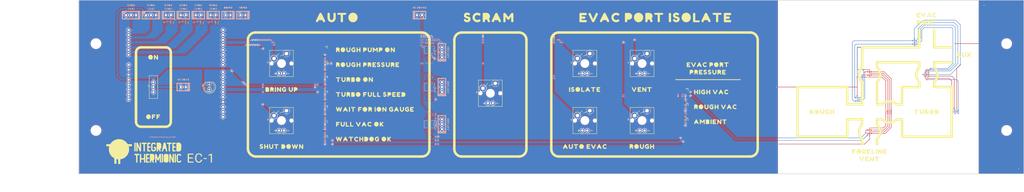
<source format=kicad_pcb>
(kicad_pcb (version 20221018) (generator pcbnew)
  (layers (0 "F.Cu" signal) (31 "B.Cu" signal) (34 "B.Paste" user) (35 "F.Paste" user) (36 "B.SilkS" user "B.Silkscreen") (37 "F.SilkS" user "F.Silkscreen") (38 "B.Mask" user) (39 "F.Mask" user) (44 "Edge.Cuts" user))
  (net 0 "")
  (net 1 "VCC_2")
  (net 2 "GND")
  (net 3 "5V")
  (net 4 "N$2")
  (net 5 "N$5")
  (net 6 "N$4")
  (net 7 "N$6")
  (net 8 "N$7")
  (net 9 "N$8")
  (net 10 "VALVE1")
  (net 11 "VALVE2")
  (net 12 "VALVE3")
  (net 13 "ANALOG_IN_0")
  (net 14 "ADC0")
  (net 15 "ADC1")
  (net 16 "ANALOG_IN_1")
  (net 17 "ANALOG_IN_2")
  (net 18 "ANALOG_IN_3")
  (net 19 "ADC2")
  (net 20 "ADC3")
  (net 21 "ADC4")
  (net 22 "ADC5")
  (net 23 "N$10")
  (net 24 "N$11")
  (net 25 "N$9")
  (net 26 "N$12")
  (net 27 "N$13")
  (net 28 "N$14")
  (net 29 "N$15")
  (net 30 "N$16")
  (net 31 "N$17")
  (net 32 "N$18")
  (net 33 "N$19")
  (net 34 "N$20")
  (net 35 "N$21")
  (net 36 "N$22")
  (net 37 "BRINGUP")
  (net 38 "SHUTDOWN")
  (net 39 "ISOLATE")
  (net 40 "SCRAM")
  (net 41 "AUTOEVAC")
  (net 42 "VENT")
  (net 43 "ROUGH")
  (net 44 "APA102CLK")
  (net 45 "APA102DATA")
  (net 46 "N$23")
  (net 47 "N$25")
  (net 48 "N$26")
  (net 49 "N$27")
  (net 50 "N$28")
  (net 51 "N$29")
  (net 52 "N$30")
  (net 53 "N$31")
  (net 54 "N$32")
  (net 55 "N$33")
  (net 56 "N$34")
  (net 57 "N$35")
  (net 58 "N$36")
  (net 59 "N$37")
  (net 60 "N$38")
  (net 61 "N$39")
  (net 62 "N$40")
  (net 63 "N$41")
  (net 64 "N$42")
  (net 65 "N$43")
  (net 66 "GPIO0")
  (net 67 "GPIO1")
  (footprint "working:AUTO_EVAC0" (layer "F.Cu") (at 165.7731 135.4836)
    (fp_text reference "U$23" hide)
    (fp_text value "" hide)
  )
  (footprint "working:APA102-2020" (layer "F.Cu") (at 32.9311 124.0536)
    (fp_text reference "D17")
    (fp_text value "APA102-2020")
  )
  (footprint "working:EVAC_PORT0" (layer "F.Cu") (at 228.5111 93.5736)
    (fp_text reference "U$26" hide)
    (fp_text value "" hide)
  )
  (footprint "working:APA102-2020" (layer "F.Cu") (at 32.9311 116.4336)
    (fp_text reference "D18")
    (fp_text value "APA102-2020")
  )
  (footprint "working:CHERRY-MX-LED-1U" (layer "F.Cu") (at 156.1211 102.4636)
    (fp_text reference "S4")
    (fp_text value "MECHANICAL-KEYBOARD1U")
  )
  (footprint "working:ROUGH_PUMP_ON0" (layer "F.Cu") (at 36.7411 85.9536)
    (fp_text reference "U$18" hide)
    (fp_text value "" hide)
  )
  (footprint "working:PRESSURE0" (layer "F.Cu") (at 228.5111 97.3836)
    (fp_text reference "U$27" hide)
    (fp_text value "" hide)
  )
  (footprint "working:EVAC_PORT_ISOLATE0" (layer "F.Cu") (at 201.8411 69.4436)
    (fp_text reference "U$14" hide)
    (fp_text value "" hide)
  )
  (footprint "working:TURBO_ON0" (layer "F.Cu") (at 36.7411 101.1936)
    (fp_text reference "U$17" hide)
    (fp_text value "" hide)
  )
  (footprint "working:AUX0" (layer "F.Cu") (at 359.3211 88.4936)
    (fp_text reference "U$7" hide)
    (fp_text value "" hide)
  )
  (footprint "working:ROUGH0" (layer "F.Cu") (at 194.8561 135.4836)
    (fp_text reference "U$25" hide)
    (fp_text value "" hide)
  )
  (footprint "working:PORT0" (layer "F.Cu") (at 340.2711 71.9836)
    (fp_text reference "U$6" hide)
    (fp_text value "" hide)
  )
  (footprint "working:1X02_NO_SILK" (layer "F.Cu") (at -17.8689 68.1736)
    (fp_text reference "J13")
    (fp_text value "")
  )
  (footprint "working:APA102-2020" (layer "F.Cu") (at 217.0811 107.5436)
    (fp_text reference "D26")
    (fp_text value "APA102-2020")
  )
  (footprint "working:APA102-2020" (layer "F.Cu") (at 321.2211 117.7036 90)
    (fp_text reference "D13")
    (fp_text value "APA102-2020")
  )
  (footprint "working:CREATIVE_COMMONS" (layer "F.Cu") (at -71.2089 158.3436)
    (fp_text reference "FRAME1" hide)
    (fp_text value "FRAME-LEDGER" hide)
  )
  (footprint "working:TURBO0" (layer "F.Cu") (at 340.2711 117.7036)
    (fp_text reference "U$2" hide)
    (fp_text value "" hide)
  )
  (footprint "working:INTEG#SVG0" (layer "F.Cu") (at -132.8039 106.2736)
    (fp_text reference "U$50" hide)
    (fp_text value "" hide)
  )
  (footprint "working:APA102-2020" (layer "F.Cu") (at 217.0811 115.1636)
    (fp_text reference "D25")
    (fp_text value "APA102-2020")
  )
  (footprint "working:APA102-2020" (layer "F.Cu") (at 32.9311 108.8136)
    (fp_text reference "D19")
    (fp_text value "APA102-2020")
  )
  (footprint "working:CHERRY-MX-LED-1U" (layer "F.Cu") (at 107.8611 117.7036)
    (fp_text reference "S5")
    (fp_text value "MECHANICAL-KEYBOARD1U")
  )
  (footprint "working:VENT0" (layer "F.Cu") (at 194.8561 106.2736)
    (fp_text reference "U$24" hide)
    (fp_text value "" hide)
  )
  (footprint "working:FULL_VAC_OK0" (layer "F.Cu") (at 36.7411 124.0536)
    (fp_text reference "U$15" hide)
    (fp_text value "" hide)
  )
  (footprint "working:ROUGH_VAC0" (layer "F.Cu") (at 219.6211 115.1636)
    (fp_text reference "U$29" hide)
    (fp_text value "" hide)
  )
  (footprint "working:AUTO0" (layer "F.Cu") (at 39.2811 69.4436)
    (fp_text reference "U$10" hide)
    (fp_text value "" hide)
  )
  (footprint "working:ON0" (layer "F.Cu") (at -54.6989 89.7636)
    (fp_text reference "U$8" hide)
    (fp_text value "" hide)
  )
  (footprint "working:APA102-2020" (layer "F.Cu") (at 311.0611 98.0186 180)
    (fp_text reference "D12")
    (fp_text value "APA102-2020")
  )
  (footprint "working:WATCHDOG_OK0" (layer "F.Cu") (at 36.7411 131.6736)
    (fp_text reference "U$20" hide)
    (fp_text value "" hide)
  )
  (footprint "working:APA102-2020" (layer "F.Cu") (at 32.9311 131.6736)
    (fp_text reference "D10")
    (fp_text value "APA102-2020")
  )
  (footprint "working:SWITCH_SPDT_PTH_11.6X4.0MM" (layer "F.Cu") (at -54.6989 105.0036)
    (fp_text reference "S6")
    (fp_text value "")
  )
  (footprint "working:1X03_NO_SILK" (layer "F.Cu") (at -68.6689 68.1736)
    (fp_text reference "J10")
    (fp_text value "")
  )
  (footprint "working:APA102-2020" (layer "F.Cu") (at 311.0611 127.8636)
    (fp_text reference "D14")
    (fp_text value "APA102-2020")
  )
  (footprint "working:SHUT_DOWN0" (layer "F.Cu") (at 10.8331 135.4836)
    (fp_text reference "U$12" hide)
    (fp_text value "" hide)
  )
  (footprint "working:1X02_NO_SILK" (layer "F.Cu") (at -38.1889 105.0036 180)
    (fp_text reference "J9")
    (fp_text value "")
  )
  (footprint "working:HIGH_VAC0" (layer "F.Cu") (at 219.6211 107.5436)
    (fp_text reference "U$28" hide)
    (fp_text value "" hide)
  )
  (footprint "working:APA102-2020" (layer "F.Cu") (at 32.9311 85.9536)
    (fp_text reference "D22")
    (fp_text value "APA102-2020")
  )
  (footprint "working:APA102-2020" (layer "F.Cu") (at 340.2711 98.6536 -90)
    (fp_text reference "D15")
    (fp_text value "APA102-2020")
  )
  (footprint "working:ISOLATE0" (layer "F.Cu") (at 165.6461 106.2736)
    (fp_text reference "U$22" hide)
    (fp_text value "" hide)
  )
  (footprint "working:LED_5MM" (layer "F.Cu") (at -26.1239 105.0036 90)
    (fp_text reference "D23")
    (fp_text value "")
  )
  (footprint "working:CHERRY-MX-LED-1U" (layer "F.Cu") (at 1.1811 131.6736)
    (fp_text reference "S3")
    (fp_text value "MECHANICAL-KEYBOARD1U")
  )
  (footprint "working:BRING_UP0" (layer "F.Cu") (at 10.8331 106.2736)
    (fp_text reference "U$11" hide)
    (fp_text value "" hide)
  )
  (footprint "working:WAIT_FOR_ION_GAUGE0" (layer "F.Cu") (at 36.7411 116.4336)
    (fp_text reference "U$21" hide)
    (fp_text value "" hide)
  )
  (footprint "working:TURBO_FULL_SPEED0" (layer "F.Cu") (at 36.7411 108.8136)
    (fp_text reference "U$19" hide)
    (fp_text value "" hide)
  )
  (footprint "working:SCRAM0" (layer "F.Cu") (at 116.7511 69.4436)
    (fp_text reference "U$13" hide)
    (fp_text value "" hide)
  )
  (footprint "working:CHERRY-MX-LED-1U" (layer "F.Cu") (at 185.3311 131.6736)
    (fp_text reference "S8")
    (fp_text value "MECHANICAL-KEYBOARD1U")
  )
  (footprint "working:EC#10" (layer "F.Cu") (at -41.1099 141.3256)
    (fp_text reference "U$51" hide)
    (fp_text value "" hide)
  )
  (footprint "working:1X03_NO_SILK" (layer "F.Cu") (at -58.5089 68.1736)
    (fp_text reference "J8")
    (fp_text value "")
  )
  (footprint "working:EVAC0" (layer "F.Cu") (at 340.2711 68.1736)
    (fp_text reference "U$5" hide)
    (fp_text value "" hide)
  )
  (footprint "working:APA102-2020" (layer "F.Cu") (at 217.0811 122.7836)
    (fp_text reference "D24")
    (fp_text value "APA102-2020")
  )
  (footprint "working:VENT0" (layer "F.Cu") (at 311.0611 141.8336)
    (fp_text reference "U$4" hide)
    (fp_text value "" hide)
  )
  (footprint "working:1X02_NO_SILK" (layer "F.Cu") (at 82.4611 68.1736 180)
    (fp_text reference "J11")
    (fp_text value "")
  )
  (footprint "working:ROUGH_PRESSURE0" (layer "F.Cu") (at 36.7411 93.5736)
    (fp_text reference "U$16" hide)
    (fp_text value "" hide)
  )
  (footprint "working:ROUGH0" (layer "F.Cu") (at 286.9311 117.7036)
    (fp_text reference "U$1" hide)
    (fp_text value "" hide)
  )
  (footprint "" (layer "F.Cu") (at -84.0359 82.7786)
    (fp_text reference "@HOLE0" hide)
    (fp_text value "")
  )
  (footprint "working:APA102-2020" (layer "F.Cu") (at 32.9311 101.1936)
    (fp_text reference "D20")
    (fp_text value "APA102-2020")
  )
  (footprint "" (layer "F.Cu") (at 381.0381 82.7786)
    (fp_text reference "@HOLE2" hide)
    (fp_text value "")
  )
  (footprint "working:AMBIENT0" (layer "F.Cu") (at 219.6211 122.7836)
    (fp_text reference "U$30" hide)
    (fp_text value "" hide)
  )
  (footprint "working:CHERRY-MX-LED-1U" (layer "F.Cu") (at 1.1811 102.4636)
    (fp_text reference "S2")
    (fp_text value "MECHANICAL-KEYBOARD1U")
  )
  (footprint "" (layer "F.Cu") (at -84.0359 127.2286)
    (fp_text reference "@HOLE1" hide)
    (fp_text value "")
  )
  (footprint "working:APA102-2020" (layer "F.Cu") (at 32.9311 93.5736)
    (fp_text reference "D21")
    (fp_text value "APA102-2020")
  )
  (footprint "working:FORELINE0" (layer "F.Cu") (at 311.0611 138.0236)
    (fp_text reference "U$3" hide)
    (fp_text value "" hide)
  )
  (footprint "working:CHERRY-MX-LED-1U" (layer "F.Cu") (at 185.3311 102.4636)
    (fp_text reference "S7")
    (fp_text value "MECHANICAL-KEYBOARD1U")
  )
  (footprint "working:1X02_NO_SILK" (layer "F.Cu") (at -10.2489 68.1736)
    (fp_text reference "J12")
    (fp_text value "")
  )
  (footprint "" (layer "F.Cu") (at 381.0381 127.2286)
    (fp_text reference "@HOLE3" hide)
    (fp_text value "")
  )
  (footprint "working:OFF0" (layer "F.Cu") (at -54.6989 120.2436)
    (fp_text reference "U$9" hide)
    (fp_text value "" hide)
  )
  (footprint "working:CHERRY-MX-LED-1U" (layer "F.Cu") (at 156.1211 131.6736)
    (fp_text reference "S1")
    (fp_text value "MECHANICAL-KEYBOARD1U")
  )
  (footprint "working:ADC30" (layer "B.Cu") (at -47.0789 63.0936 180)
    (fp_text reference "U$33" hide)
    (fp_text value "" hide)
  )
  (footprint "working:1X02_NO_SILK" (layer "B.Cu") (at -25.4889 68.1736)
    (fp_text reference "J4")
    (fp_text value "")
  )
  (footprint "working:0603" (layer "B.Cu") (at -40.7289 72.6186 180)
    (fp_text reference "R14")
    (fp_text value "10k")
  )
  (footprint "working:SOD-323" (layer "B.Cu") (at -37.5539 71.9836 -90)
    (fp_text reference "D7")
    (fp_text value "3A/10V/280mV")
  )
  (footprint "working:SO08" (layer "B.Cu") (at 86.2711 105.0036 180)
    (fp_text reference "Q2")
    (fp_text value "6.5A/30V/38mΩ")
  )
  (footprint "working:0603" (layer "B.Cu") (at 86.2711 130.4036 180)
    (fp_text reference "R7")
    (fp_text value "10k")
  )
  (footprint "working:SO08" (layer "B.Cu") (at 86.2711 85.9536 180)
    (fp_text reference "Q1")
    (fp_text value "6.5A/30V/38mΩ")
  )
  (footprint "working:_##10V##_0" (layer "B.Cu") (at -47.0789 64.9986 180)
    (fp_text reference "U$42" hide)
    (fp_text value "" hide)
  )
  (footprint "working:0603" (layer "B.Cu") (at -33.1089 72.6186 180)
    (fp_text reference "R12")
    (fp_text value "10k")
  )
  (footprint "working:ADC00" (layer "B.Cu") (at -24.2189 63.0936 180)
    (fp_text reference "U$36" hide)
    (fp_text value "" hide)
  )
  (footprint "working:1X03_NO_SILK" (layer "B.Cu") (at 92.6211 102.4636 -90)
    (fp_text reference "J2")
    (fp_text value "")
  )
  (footprint "working:0603" (layer "B.Cu") (at 86.2711 109.4486 180)
    (fp_text reference "R6")
    (fp_text value "1M")
  )
  (footprint "working:0603" (layer "B.Cu") (at -48.3489 70.7136)
    (fp_text reference "R15")
    (fp_text value "10k")
  )
  (footprint "working:ADC20" (layer "B.Cu") (at -39.4589 63.0936 180)
    (fp_text reference "U$34" hide)
    (fp_text value "" hide)
  )
  (footprint "working:1X02_NO_SILK" (layer "B.Cu") (at -40.7289 68.1736)
    (fp_text reference "J6")
    (fp_text value "")
  )
  (footprint "working:SO08" (layer "B.Cu") (at 86.2711 124.0536 180)
    (fp_text reference "Q3")
    (fp_text value "6.5A/30V/38mΩ")
  )
  (footprint "working:0603" (layer "B.Cu") (at 86.2711 128.4986 180)
    (fp_text reference "R8")
    (fp_text value "1M")
  )
  (footprint "working:_##10V##_0" (layer "B.Cu") (at -31.8389 64.9986 180)
    (fp_text reference "U$44" hide)
    (fp_text value "" hide)
  )
  (footprint "working:ADC50" (layer "B.Cu") (at -66.1289 63.0936 180)
    (fp_text reference "U$31" hide)
    (fp_text value "" hide)
  )
  (footprint "working:0603" (layer "B.Cu") (at -48.3489 72.6186 180)
    (fp_text reference "R16")
    (fp_text value "10k")
  )
  (footprint "working:_##10V##_0" (layer "B.Cu") (at -39.4589 64.9986 180)
    (fp_text reference "U$43" hide)
    (fp_text value "" hide)
  )
  (footprint "working:SOD-323" (layer "B.Cu") (at 86.2711 99.9236 180)
    (fp_text reference "D3")
    (fp_text value "250mA/100V")
  )
  (footprint "working:SOD-323" (layer "B.Cu") (at 86.2711 118.9736 180)
    (fp_text reference "D4")
    (fp_text value "250mA/100V")
  )
  (footprint "working:VALVE30" (layer "B.Cu") (at 95.7961 124.0536 90)
    (fp_text reference "U$49" hide)
    (fp_text value "" hide)
  )
  (footprint "working:0603" (layer "B.Cu") (at 86.2711 92.3036 180)
    (fp_text reference "R4")
    (fp_text value "1M")
  )
  (footprint "working:SOD-323" (layer "B.Cu") (at -29.9339 71.9836 -90)
    (fp_text reference "D6")
    (fp_text value "3A/10V/280mV")
  )
  (footprint "working:0603" (layer "B.Cu") (at -25.4889 70.7136)
    (fp_text reference "R9")
    (fp_text value "10k")
  )
  (footprint "working:ADC10" (layer "B.Cu") (at -31.8389 63.0936 180)
    (fp_text reference "U$35" hide)
    (fp_text value "" hide)
  )
  (footprint "working:SOD-323" (layer "B.Cu") (at -22.3139 71.9836 -90)
    (fp_text reference "D5")
    (fp_text value "3A/10V/280mV")
  )
  (footprint "working:GPIO00" (layer "B.Cu") (at -16.5989 64.3636 180)
    (fp_text reference "U$37" hide)
    (fp_text value "" hide)
  )
  (footprint "working:UNO_R3_SHIELD_NOLABELS" (layer "B.Cu") (at -43.2689 99.9236 180)
    (fp_text reference "B1")
    (fp_text value "ARDUINO_UNO_R3_SHIELDNOLABELS")
  )
  (footprint "working:24VDC_IN0" (layer "B.Cu") (at 81.1911 64.3636 180)
    (fp_text reference "U$46" hide)
    (fp_text value "" hide)
  )
  (footprint "working:0603" (layer "B.Cu") (at -29.2989 105.0036 90)
    (fp_text reference "R17")
    (fp_text value "1k")
  )
  (footprint "working:APA102-2020" (layer "B.Cu") (at 355.5111 117.7036 -90)
    (fp_text reference "D11")
    (fp_text value "APA102-2020")
  )
  (footprint "working:APA102-2020" (layer "B.Cu") (at 304.7111 111.3536 180)
    (fp_text reference "D16")
    (fp_text value "APA102-2020")
  )
  (footprint "working:5VDC_IN0" (layer "B.Cu") (at -39.4589 101.1936 180)
    (fp_text reference "U$39" hide)
    (fp_text value "" hide)
  )
  (footprint "working:APA102-2020" (layer "B.Cu") (at 333.9211 82.1436)
    (fp_text reference "D9")
    (fp_text value "APA102-2020")
  )
  (footprint "working:SOD-323" (layer "B.Cu") (at -45.1739 71.9836 -90)
    (fp_text reference "D8")
    (fp_text value "3A/10V/280mV")
  )
  (footprint "working:SOD-323" (layer "B.Cu") (at 86.2711 80.8736 180)
    (fp_text reference "D2")
    (fp_text value "250mA/100V")
  )
  (footprint "working:0603" (layer "B.Cu") (at -33.1089 70.7136)
    (fp_text reference "R11")
    (fp_text value "10k")
  )
  (footprint "working:ADC40" (layer "B.Cu") (at -55.9689 63.0936 180)
    (fp_text reference "U$32" hide)
    (fp_text value "" hide)
  )
  (footprint "working:1X03_NO_SILK" (layer "B.Cu") (at 92.6211 84.6836 -90)
    (fp_text reference "J1")
    (fp_text value "")
  )
  (footprint "working:1X02_NO_SILK" (layer "B.Cu") (at -33.1089 68.1736)
    (fp_text reference "J5")
    (fp_text value "")
  )
  (footprint "working:0603" (layer "B.Cu") (at 86.2711 111.3536 180)
    (fp_text reference "R5")
    (fp_text value "10k")
  )
  (footprint "working:1X02_NO_SILK" (layer "B.Cu") (at -48.3489 68.1736)
    (fp_text reference "J7")
    (fp_text value "")
  )
  (footprint "working:1X03_NO_SILK" (layer "B.Cu") (at 92.6211 121.5136 -90)
    (fp_text reference "J3")
    (fp_text value "")
  )
  (footprint "working:GPIO10" (layer "B.Cu") (at -8.9789 64.3636 180)
    (fp_text reference "U$38" hide)
    (fp_text value "" hide)
  )
  (footprint "working:0603" (layer "B.Cu") (at 86.2711 90.3986 180)
    (fp_text reference "R3")
    (fp_text value "10k")
  )
  (footprint "working:VALVE20" (layer "B.Cu") (at 95.7961 105.0036 90)
    (fp_text reference "U$48" hide)
    (fp_text value "" hide)
  )
  (footprint "working:_##5V##_0" (layer "B.Cu") (at -55.9689 64.9986 180)
    (fp_text reference "U$41" hide)
    (fp_text value "" hide)
  )
  (footprint "working:0603" (layer "B.Cu") (at -40.7289 70.7136)
    (fp_text reference "R13")
    (fp_text value "10k")
  )
  (footprint "working:_##5V##_0" (layer "B.Cu") (at -66.1289 64.9986 180)
    (fp_text reference "U$40" hide)
    (fp_text value "" hide)
  )
  (footprint "working:_##10V##_0" (layer "B.Cu") (at -24.2189 64.9986 180)
    (fp_text reference "U$45" hide)
    (fp_text value "" hide)
  )
  (footprint "working:VALVE10" (layer "B.Cu") (at 95.7961 87.2236 90)
    (fp_text reference "U$47" hide)
    (fp_text value "" hide)
  )
  (footprint "working:0603" (layer "B.Cu") (at -25.4889 72.6186 180)
    (fp_text reference "R10")
    (fp_text value "10k")
  )
  (gr_line (start -5.8039 66.2686) (end -6.4389 66.2686) (stroke (width 0.508)) (layer "B.SilkS"))
  (gr_line (start 94.5261 91.6686) (end 94.5261 91.0336) (stroke (width 0.508)) (layer "B.SilkS"))
  (gr_line (start -6.4389 66.2686) (end -12.1539 66.2686) (stroke (width 0.508)) (layer "B.SilkS"))
  (gr_line (start -42.6339 106.9086) (end -36.9189 106.9086) (stroke (width 0.508)) (layer "B.SilkS"))
  (gr_line (start -42.6339 103.0986) (end -42.6339 106.9086) (stroke (width 0.508)) (layer "B.SilkS"))
  (gr_line (start -34.3789 66.2686) (end -34.3789 70.0786) (stroke (width 0.508)) (layer "B.SilkS"))
  (gr_line (start -21.0439 66.2686) (end -26.7589 66.2686) (stroke (width 0.508)) (layer "B.SilkS"))
  (gr_line (start -61.6839 66.2686) (end -62.3189 66.2686) (stroke (width 0.508)) (layer "B.SilkS"))
  (gr_line (start -41.9989 66.2686) (end -41.9989 70.0786) (stroke (width 0.508)) (layer "B.SilkS"))
  (gr_line (start 90.7161 108.8136) (end 90.7161 109.4486) (stroke (width 0.508)) (layer "B.SilkS"))
  (gr_line (start -27.3939 70.0786) (end -26.7589 70.0786) (stroke (width 0.508)) (layer "B.SilkS"))
  (gr_line (start 94.5261 128.4986) (end 90.7161 128.4986) (stroke (width 0.508)) (layer "B.SilkS"))
  (gr_line (start 78.0161 70.0786) (end 78.6511 70.0786) (stroke (width 0.508)) (layer "B.SilkS"))
  (gr_circle (center -59.7789 66.9036) (end -59.6519 66.9036) (stroke (width 0.508)) (fill none) (layer "B.SilkS"))
  (gr_line (start -27.3939 66.2686) (end -27.3939 70.0786) (stroke (width 0.508)) (layer "B.SilkS"))
  (gr_line (start 94.5261 108.8136) (end 94.5261 100.5586) (stroke (width 0.508)) (layer "B.SilkS"))
  (gr_line (start -60.4139 70.0786) (end -52.1589 70.0786) (stroke (width 0.508)) (layer "B.SilkS"))
  (gr_line (start -70.5739 66.2686) (end -70.5739 70.0786) (stroke (width 0.508)) (layer "B.SilkS"))
  (gr_line (start -19.7739 70.0786) (end -14.0589 70.0786) (stroke (width 0.508)) (layer "B.SilkS"))
  (gr_line (start 90.7161 91.6686) (end 94.5261 91.6686) (stroke (width 0.508)) (layer "B.SilkS"))
  (gr_line (start 78.6511 70.0786) (end 84.3661 70.0786) (stroke (width 0.508)) (layer "B.SilkS"))
  (gr_line (start 94.5261 108.8136) (end 90.7161 108.8136) (stroke (width 0.508)) (layer "B.SilkS"))
  (gr_line (start -62.3189 66.2686) (end -62.3189 70.0786) (stroke (width 0.508)) (layer "B.SilkS"))
  (gr_line (start 94.5261 109.4486) (end 94.5261 108.8136) (stroke (width 0.508)) (layer "B.SilkS"))
  (gr_line (start -14.0589 66.2686) (end -14.0589 70.0786) (stroke (width 0.508)) (layer "B.SilkS"))
  (gr_line (start -14.0589 70.0786) (end -13.4239 70.0786) (stroke (width 0.508)) (layer "B.SilkS"))
  (gr_line (start 90.7161 91.0336) (end 90.7161 91.6686) (stroke (width 0.508)) (layer "B.SilkS"))
  (gr_line (start -43.9039 70.0786) (end -43.9039 66.2686) (stroke (width 0.508)) (layer "B.SilkS"))
  (gr_line (start -61.6839 70.0786) (end -61.6839 66.2686) (stroke (width 0.508)) (layer "B.SilkS"))
  (gr_line (start -52.1589 66.2686) (end -52.1589 70.0786) (stroke (width 0.508)) (layer "B.SilkS"))
  (gr_line (start -52.1589 66.2686) (end -60.4139 66.2686) (stroke (width 0.508)) (layer "B.SilkS"))
  (gr_line (start -35.0139 66.2686) (end -35.0139 70.0786) (stroke (width 0.508)) (layer "B.SilkS"))
  (gr_line (start -13.4239 66.2686) (end -14.0589 66.2686) (stroke (width 0.508)) (layer "B.SilkS"))
  (gr_line (start -12.1539 66.2686) (end -12.1539 70.0786) (stroke (width 0.508)) (layer "B.SilkS"))
  (gr_line (start -70.5739 70.0786) (end -62.3189 70.0786) (stroke (width 0.508)) (layer "B.SilkS"))
  (gr_line (start 84.3661 70.0786) (end 84.3661 66.2686) (stroke (width 0.508)) (layer "B.SilkS"))
  (gr_line (start -62.3189 66.2686) (end -70.5739 66.2686) (stroke (width 0.508)) (layer "B.SilkS"))
  (gr_line (start -19.7739 66.2686) (end -19.7739 70.0786) (stroke (width 0.508)) (layer "B.SilkS"))
  (gr_line (start -41.9989 66.2686) (end -36.2839 66.2686) (stroke (width 0.508)) (layer "B.SilkS"))
  (gr_line (start -36.9189 103.0986) (end -36.9189 106.9086) (stroke (width 0.508)) (layer "B.SilkS"))
  (gr_line (start -36.9189 106.9086) (end -36.2839 106.9086) (stroke (width 0.508)) (layer "B.SilkS"))
  (gr_line (start 90.7161 82.7786) (end 90.7161 91.0336) (stroke (width 0.508)) (layer "B.SilkS"))
  (gr_line (start 78.6511 66.2686) (end 78.0161 66.2686) (stroke (width 0.508)) (layer "B.SilkS"))
  (gr_line (start 78.6511 66.2686) (end 78.6511 70.0786) (stroke (width 0.508)) (layer "B.SilkS"))
  (gr_line (start -36.2839 106.9086) (end -36.2839 103.0986) (stroke (width 0.508)) (layer "B.SilkS"))
  (gr_line (start -52.1589 70.0786) (end -51.5239 70.0786) (stroke (width 0.508)) (layer "B.SilkS"))
  (gr_line (start -62.3189 70.0786) (end -61.6839 70.0786) (stroke (width 0.508)) (layer "B.SilkS"))
  (gr_line (start -41.9989 70.0786) (end -42.6339 70.0786) (stroke (width 0.508)) (layer "B.SilkS"))
  (gr_line (start -49.6189 70.0786) (end -43.9039 70.0786) (stroke (width 0.508)) (layer "B.SilkS"))
  (gr_line (start -36.9189 103.0986) (end -42.6339 103.0986) (stroke (width 0.508)) (layer "B.SilkS"))
  (gr_line (start 94.5261 119.6086) (end 94.5261 127.8636) (stroke (width 0.508)) (layer "B.SilkS"))
  (gr_line (start -49.6189 66.2686) (end -49.6189 70.0786) (stroke (width 0.508)) (layer "B.SilkS"))
  (gr_line (start 90.7161 119.6086) (end 94.5261 119.6086) (stroke (width 0.508)) (layer "B.SilkS"))
  (gr_line (start 94.5261 91.0336) (end 94.5261 82.7786) (stroke (width 0.508)) (layer "B.SilkS"))
  (gr_line (start -50.2539 66.2686) (end -50.2539 70.0786) (stroke (width 0.508)) (layer "B.SilkS"))
  (gr_line (start 90.7161 100.5586) (end 90.7161 108.8136) (stroke (width 0.508)) (layer "B.SilkS"))
  (gr_line (start -12.1539 70.0786) (end -6.4389 70.0786) (stroke (width 0.508)) (layer "B.SilkS"))
  (gr_line (start -42.6339 70.0786) (end -42.6339 66.2686) (stroke (width 0.508)) (layer "B.SilkS"))
  (gr_line (start -21.0439 70.0786) (end -21.0439 66.2686) (stroke (width 0.508)) (layer "B.SilkS"))
  (gr_line (start -35.0139 70.0786) (end -34.3789 70.0786) (stroke (width 0.508)) (layer "B.SilkS"))
  (gr_line (start 90.7161 109.4486) (end 94.5261 109.4486) (stroke (width 0.508)) (layer "B.SilkS"))
  (gr_line (start -13.4239 70.0786) (end -13.4239 66.2686) (stroke (width 0.508)) (layer "B.SilkS"))
  (gr_line (start 94.5261 127.8636) (end 94.5261 128.4986) (stroke (width 0.508)) (layer "B.SilkS"))
  (gr_line (start -51.5239 66.2686) (end -52.1589 66.2686) (stroke (width 0.508)) (layer "B.SilkS"))
  (gr_line (start -50.2539 70.0786) (end -49.6189 70.0786) (stroke (width 0.508)) (layer "B.SilkS"))
  (gr_line (start -6.4389 70.0786) (end -5.8039 70.0786) (stroke (width 0.508)) (layer "B.SilkS"))
  (gr_line (start 94.5261 127.8636) (end 90.7161 127.8636) (stroke (width 0.508)) (layer "B.SilkS"))
  (gr_line (start -43.9039 66.2686) (end -49.6189 66.2686) (stroke (width 0.508)) (layer "B.SilkS"))
  (gr_line (start -26.7589 66.2686) (end -27.3939 66.2686) (stroke (width 0.508)) (layer "B.SilkS"))
  (gr_line (start -26.7589 70.0786) (end -21.0439 70.0786) (stroke (width 0.508)) (layer "B.SilkS"))
  (gr_line (start -6.4389 66.2686) (end -6.4389 70.0786) (stroke (width 0.508)) (layer "B.SilkS"))
  (gr_line (start -36.2839 103.0986) (end -36.9189 103.0986) (stroke (width 0.508)) (layer "B.SilkS"))
  (gr_line (start -42.6339 66.2686) (end -41.9989 66.2686) (stroke (width 0.508)) (layer "B.SilkS"))
  (gr_line (start 78.0161 66.2686) (end 78.0161 70.0786) (stroke (width 0.508)) (layer "B.SilkS"))
  (gr_line (start -34.3789 70.0786) (end -28.6639 70.0786) (stroke (width 0.508)) (layer "B.SilkS"))
  (gr_line (start 84.3661 66.2686) (end 78.6511 66.2686) (stroke (width 0.508)) (layer "B.SilkS"))
  (gr_line (start -14.0589 66.2686) (end -19.7739 66.2686) (stroke (width 0.508)) (layer "B.SilkS"))
  (gr_line (start -5.8039 70.0786) (end -5.8039 66.2686) (stroke (width 0.508)) (layer "B.SilkS"))
  (gr_line (start -49.6189 66.2686) (end -50.2539 66.2686) (stroke (width 0.508)) (layer "B.SilkS"))
  (gr_line (start -60.4139 66.2686) (end -60.4139 70.0786) (stroke (width 0.508)) (layer "B.SilkS"))
  (gr_line (start -51.5239 70.0786) (end -51.5239 66.2686) (stroke (width 0.508)) (layer "B.SilkS"))
  (gr_line (start 90.7161 128.4986) (end 90.7161 127.8636) (stroke (width 0.508)) (layer "B.SilkS"))
  (gr_line (start 94.5261 91.0336) (end 90.7161 91.0336) (stroke (width 0.508)) (layer "B.SilkS"))
  (gr_line (start -36.2839 70.0786) (end -41.9989 70.0786) (stroke (width 0.508)) (layer "B.SilkS"))
  (gr_line (start -28.6639 66.2686) (end -34.3789 66.2686) (stroke (width 0.508)) (layer "B.SilkS"))
  (gr_line (start 90.7161 127.8636) (end 90.7161 119.6086) (stroke (width 0.508)) (layer "B.SilkS"))
  (gr_circle (center -69.9389 66.9036) (end -69.8119 66.9036) (stroke (width 0.508)) (fill none) (layer "B.SilkS"))
  (gr_line (start -28.6639 70.0786) (end -28.6639 66.2686) (stroke (width 0.508)) (layer "B.SilkS"))
  (gr_line (start -34.3789 66.2686) (end -35.0139 66.2686) (stroke (width 0.508)) (layer "B.SilkS"))
  (gr_line (start -26.7589 66.2686) (end -26.7589 70.0786) (stroke (width 0.508)) (layer "B.SilkS"))
  (gr_line (start 94.5261 100.5586) (end 90.7161 100.5586) (stroke (width 0.508)) (layer "B.SilkS"))
  (gr_line (start -36.2839 66.2686) (end -36.2839 70.0786) (stroke (width 0.508)) (layer "B.SilkS"))
  (gr_line (start 94.5261 82.7786) (end 90.7161 82.7786) (stroke (width 0.508)) (layer "B.SilkS"))
  (gr_line (start 352.9711 130.4036) (end 352.9711 105.0036) (stroke (width 1.27)) (layer "F.SilkS"))
  (gr_line (start 212.0011 101.1936) (end 245.0211 101.1936) (stroke (width 0.4064)) (layer "F.SilkS"))
  (gr_line (start 325.0311 121.5136) (end 327.5711 121.5136) (stroke (width 1.27)) (layer "F.SilkS"))
  (gr_line (start 135.8011 136.7536) (end 135.8011 80.8736) (stroke (width 1.27)) (layer "F.SilkS"))
  (gr_line (start 325.0311 113.8936) (end 327.5711 113.8936) (stroke (width 1.27)) (layer "F.SilkS"))
  (gr_arc (start 314.8711 124.0536) (mid 316.449254 127.8636) (end 314.8711 131.6736) (stroke (width 1.27)) (layer "F.SilkS"))
  (gr_line (start -6.4389 136.7536) (end -6.4389 80.8736) (stroke (width 1.27)) (layer "F.SilkS"))
  (gr_line (start 327.5711 113.8936) (end 327.5711 105.0036) (stroke (width 1.27)) (layer "F.SilkS"))
  (gr_arc (start 135.8011 136.7536) (mid 134.685177 139.447677) (end 131.9911 140.5636) (stroke (width 1.27)) (layer "F.SilkS"))
  (gr_line (start 299.6311 121.5136) (end 307.2511 121.5136) (stroke (width 1.27)) (layer "F.SilkS"))
  (gr_arc (start 344.0811 94.8436) (mid 345.659254 98.6536) (end 344.0811 102.4636) (stroke (width 1.27)) (layer "F.SilkS"))
  (gr_line (start 98.9711 80.8736) (end 98.9711 136.7536) (stroke (width 1.27)) (layer "F.SilkS"))
  (gr_line (start 274.2311 130.4036) (end 299.6311 130.4036) (stroke (width 1.27)) (layer "F.SilkS"))
  (gr_arc (start -63.5889 87.2236) (mid -62.844951 85.427549) (end -61.0489 84.6836) (stroke (width 1.27)) (layer "F.SilkS"))
  (gr_line (start 299.6311 105.0036) (end 299.6311 113.8936) (stroke (width 1.27)) (layer "F.SilkS"))
  (gr_line (start 336.4611 84.6836) (end 336.4611 75.7936) (stroke (width 1.27)) (layer "F.SilkS"))
  (gr_arc (start -45.8089 122.7836) (mid -46.552849 124.579651) (end -48.3489 125.3236) (stroke (width 1.27)) (layer "F.SilkS"))
  (gr_line (start 327.5711 121.5136) (end 327.5711 130.4036) (stroke (width 1.27)) (layer "F.SilkS"))
  (gr_line (start 307.2511 121.5136) (end 307.2511 124.0536) (stroke (width 1.27)) (layer "F.SilkS"))
  (gr_line (start 299.6311 130.4036) (end 299.6311 121.5136) (stroke (width 1.27)) (layer "F.SilkS"))
  (gr_arc (start 131.9911 77.0636) (mid 134.685177 78.179523) (end 135.8011 80.8736) (stroke (width 1.27)) (layer "F.SilkS"))
  (gr_line (start 314.8711 131.6736) (end 314.8711 134.2136) (stroke (width 1.27)) (layer "F.SilkS"))
  (gr_arc (start 86.2711 136.7536) (mid 85.155177 139.447677) (end 82.4611 140.5636) (stroke (width 1.27)) (layer "F.SilkS"))
  (gr_line (start 352.9711 84.6836) (end 344.0811 84.6836) (stroke (width 1.27)) (layer "F.SilkS"))
  (gr_line (start -2.6289 140.5636) (end 82.4611 140.5636) (stroke (width 1.27)) (layer "F.SilkS"))
  (gr_line (start 148.5011 80.8736) (end 148.5011 136.7536) (stroke (width 1.27)) (layer "F.SilkS"))
  (gr_line (start 317.4111 121.5136) (end 314.8711 121.5136) (stroke (width 1.27)) (layer "F.SilkS"))
  (gr_arc (start -6.4389 80.8736) (mid -5.322977 78.179523) (end -2.6289 77.0636) (stroke (width 1.27)) (layer "F.SilkS"))
  (gr_line (start 250.1011 140.5636) (end 152.3111 140.5636) (stroke (width 1.27)) (layer "F.SilkS"))
  (gr_arc (start 314.8711 94.8436) (mid 316.449254 98.6536) (end 314.8711 102.4636) (stroke (width 1.27)) (layer "F.SilkS"))
  (gr_arc (start 250.1011 77.0636) (mid 252.795177 78.179523) (end 253.9111 80.8736) (stroke (width 1.27)) (layer "F.SilkS"))
  (gr_arc (start 152.3111 140.5636) (mid 149.617023 139.447677) (end 148.5011 136.7536) (stroke (width 1.27)) (layer "F.SilkS"))
  (gr_line (start 274.2311 105.0036) (end 274.2311 130.4036) (stroke (width 1.27)) (layer "F.SilkS"))
  (gr_line (start 344.0811 105.0036) (end 344.0811 102.4636) (stroke (width 1.27)) (layer "F.SilkS"))
  (gr_arc (start 307.2511 102.4636) (mid 305.672946 98.6536) (end 307.2511 94.8436) (stroke (width 1.27)) (layer "F.SilkS"))
  (gr_line (start -63.5889 87.2236) (end -63.5889 121.5136) (stroke (width 1.27)) (layer "F.SilkS"))
  (gr_line (start 307.2511 113.8936) (end 307.2511 102.4636) (stroke (width 1.27)) (layer "F.SilkS"))
  (gr_line (start 253.9111 136.7536) (end 253.9111 80.8736) (stroke (width 1.27)) (layer "F.SilkS"))
  (gr_arc (start 325.0311 121.5136) (mid 321.2211 123.091754) (end 317.4111 121.5136) (stroke (width 1.27)) (layer "F.SilkS"))
  (gr_line (start 314.8711 92.3036) (end 314.8711 94.8436) (stroke (width 1.27)) (layer "F.SilkS"))
  (gr_line (start 314.8711 113.8936) (end 317.4111 113.8936) (stroke (width 1.27)) (layer "F.SilkS"))
  (gr_line (start -63.5889 122.7836) (end -63.5889 88.4936) (stroke (width 1.27)) (layer "F.SilkS"))
  (gr_line (start -45.8089 122.7836) (end -45.8089 88.4936) (stroke (width 1.27)) (layer "F.SilkS"))
  (gr_arc (start 307.2511 131.6736) (mid 305.672946 127.8636) (end 307.2511 124.0536) (stroke (width 1.27)) (layer "F.SilkS"))
  (gr_line (start 131.9911 140.5636) (end 102.7811 140.5636) (stroke (width 1.27)) (layer "F.SilkS"))
  (gr_arc (start -61.0489 125.3236) (mid -62.844951 124.579651) (end -63.5889 122.7836) (stroke (width 1.27)) (layer "F.SilkS"))
  (gr_arc (start 82.4611 77.0636) (mid 85.155177 78.179523) (end 86.2711 80.8736) (stroke (width 1.27)) (layer "F.SilkS"))
  (gr_line (start 336.4611 92.3036) (end 314.8711 92.3036) (stroke (width 1.27)) (layer "F.SilkS"))
  (gr_line (start 352.9711 105.0036) (end 344.0811 105.0036) (stroke (width 1.27)) (layer "F.SilkS"))
  (gr_line (start 314.8711 121.5136) (end 314.8711 124.0536) (stroke (width 1.27)) (layer "F.SilkS"))
  (gr_line (start 344.0811 94.8436) (end 344.0811 92.3036) (stroke (width 1.27)) (layer "F.SilkS"))
  (gr_line (start 102.7811 77.0636) (end 131.9911 77.0636) (stroke (width 1.27)) (layer "F.SilkS"))
  (gr_line (start 152.3111 77.0636) (end 250.1011 77.0636) (stroke (width 1.27)) (layer "F.SilkS"))
  (gr_line (start 327.5711 105.0036) (end 336.4611 105.0036) (stroke (width 1.27)) (layer "F.SilkS"))
  (gr_line (start 307.2511 84.6836) (end 336.4611 84.6836) (stroke (width 1.27)) (layer "F.SilkS"))
  (gr_line (start 307.2511 131.6736) (end 307.2511 134.2136) (stroke (width 1.27)) (layer "F.SilkS"))
  (gr_line (start -48.3489 125.3236) (end -61.0489 125.3236) (stroke (width 1.27)) (layer "F.SilkS"))
  (gr_arc (start 98.9711 80.8736) (mid 100.087023 78.179523) (end 102.7811 77.0636) (stroke (width 1.27)) (layer "F.SilkS"))
  (gr_line (start -2.6289 77.0636) (end 82.4611 77.0636) (stroke (width 1.27)) (layer "F.SilkS"))
  (gr_line (start 307.2511 94.8436) (end 307.2511 84.6836) (stroke (width 1.27)) (layer "F.SilkS"))
  (gr_arc (start 253.9111 136.7536) (mid 252.795177 139.447677) (end 250.1011 140.5636) (stroke (width 1.27)) (layer "F.SilkS"))
  (gr_line (start 314.8711 113.8936) (end 314.8711 102.4636) (stroke (width 1.27)) (layer "F.SilkS"))
  (gr_arc (start 102.7811 140.5636) (mid 100.087023 139.447677) (end 98.9711 136.7536) (stroke (width 1.27)) (layer "F.SilkS"))
  (gr_line (start 336.4611 94.8436) (end 336.4611 92.3036) (stroke (width 1.27)) (layer "F.SilkS"))
  (gr_arc (start 336.4611 102.4636) (mid 334.882946 98.6536) (end 336.4611 94.8436) (stroke (width 1.27)) (layer "F.SilkS"))
  (gr_line (start -45.8089 87.2236) (end -45.8089 121.5136) (stroke (width 1.27)) (layer "F.SilkS"))
  (gr_arc (start -2.6289 140.5636) (mid -5.223605 139.348305) (end -6.4389 136.7536) (stroke (width 1.27)) (layer "F.SilkS"))
  (gr_line (start 344.0811 84.6836) (end 344.0811 75.7936) (stroke (width 1.27)) (layer "F.SilkS"))
  (gr_line (start 299.6311 113.8936) (end 307.2511 113.8936) (stroke (width 1.27)) (layer "F.SilkS"))
  (gr_line (start 299.6311 105.0036) (end 274.2311 105.0036) (stroke (width 1.27)) (layer "F.SilkS"))
  (gr_line (start 86.2711 136.7536) (end 86.2711 80.8736) (stroke (width 1.27)) (layer "F.SilkS"))
  (gr_arc (start 148.5011 80.8736) (mid 149.617023 78.179523) (end 152.3111 77.0636) (stroke (width 1.27)) (layer "F.SilkS"))
  (gr_line (start 344.0811 92.3036) (end 352.9711 92.3036) (stroke (width 1.27)) (layer "F.SilkS"))
  (gr_arc (start 317.4111 113.8936) (mid 321.2211 112.315446) (end 325.0311 113.8936) (stroke (width 1.27)) (layer "F.SilkS"))
  (gr_line (start 336.4611 105.0036) (end 336.4611 102.4636) (stroke (width 1.27)) (layer "F.SilkS"))
  (gr_arc (start -48.3489 84.6836) (mid -46.552849 85.427549) (end -45.8089 87.2236) (stroke (width 1.27)) (layer "F.SilkS"))
  (gr_line (start 327.5711 130.4036) (end 352.9711 130.4036) (stroke (width 1.27)) (layer "F.SilkS"))
  (gr_line (start -61.0489 84.6836) (end -48.3489 84.6836) (stroke (width 1.27)) (layer "F.SilkS"))
  (gr_line (start 389.8011 149.4536) (end 389.8011 60.5536) (stroke (width 0.254)) (layer "Edge.Cuts"))
  (gr_line (start -92.7989 149.4536) (end 389.8011 149.4536) (stroke (width 0.254)) (layer "Edge.Cuts"))
  (gr_line (start -92.7989 60.5536) (end -92.7989 149.4536) (stroke (width 0.254)) (layer "Edge.Cuts"))
  (gr_line (start 389.8011 60.5536) (end -92.7989 60.5536) (stroke (width 0.254)) (layer "Edge.Cuts"))
  (segment (start 92.6211 121.5136) (end 92.6211 120.2436) (width 0.508) (layer "B.Cu") (net 1))
  (segment (start 87.4211 117.5836) (end 86.2711 116.4336) (width 0.508) (layer "B.Cu") (net 1))
  (segment (start 82.4611 113.8936) (end 82.4611 98.0186) (width 0.508) (layer "B.Cu") (net 1))
  (segment (start 87.4211 98.5336) (end 86.9061 98.0186) (width 0.508) (layer "B.Cu") (net 1))
  (segment (start 86.2711 116.4336) (end 85.0011 116.4336) (width 0.508) (layer "B.Cu") (net 1))
  (segment (start 91.3511 99.9236) (end 87.4211 99.9236) (width 0.508) (layer "B.Cu") (net 1))
  (segment (start 86.9061 78.9686) (end 87.4211 79.4836) (width 0.508) (layer "B.Cu") (net 1))
  (segment (start 91.3511 118.9736) (end 87.4211 118.9736) (width 0.508) (layer "B.Cu") (net 1))
  (segment (start 92.6211 120.2436) (end 91.3511 118.9736) (width 0.508) (layer "B.Cu") (net 1))
  (segment (start 82.4611 98.0186) (end 82.4611 78.9686) (width 0.508) (layer "B.Cu") (net 1))
  (segment (start 92.6211 102.4636) (end 92.6211 101.1936) (width 0.508) (layer "B.Cu") (net 1))
  (segment (start 87.4211 118.9736) (end 87.4211 117.5836) (width 0.508) (layer "B.Cu") (net 1))
  (segment (start 85.0011 116.4336) (end 82.4611 113.8936) (width 0.508) (layer "B.Cu") (net 1))
  (segment (start 86.9061 98.0186) (end 82.4611 98.0186) (width 0.508) (layer "B.Cu") (net 1))
  (segment (start 92.6211 82.7786) (end 92.6211 84.6836) (width 0.508) (layer "B.Cu") (net 1))
  (segment (start 87.4211 80.8736) (end 90.7161 80.8736) (width 0.508) (layer "B.Cu") (net 1))
  (segment (start 82.4611 78.9686) (end 82.4611 68.1736) (width 0.508) (layer "B.Cu") (net 1))
  (segment (start 92.6211 101.1936) (end 91.3511 99.9236) (width 0.508) (layer "B.Cu") (net 1))
  (segment (start 87.4211 79.4836) (end 87.4211 80.8736) (width 0.508) (layer "B.Cu") (net 1))
  (segment (start 90.7161 80.8736) (end 92.6211 82.7786) (width 0.508) (layer "B.Cu") (net 1))
  (segment (start 87.4211 99.9236) (end 87.4211 98.5336) (width 0.508) (layer "B.Cu") (net 1))
  (segment (start 82.4611 78.9686) (end 86.9061 78.9686) (width 0.508) (layer "B.Cu") (net 1))
  (segment (start 341.1211 98.6536) (end 340.2711 98.6536) (width 0.2032) (layer "F.Cu") (net 2))
  (segment (start 311.0611 127.0136) (end 311.0611 125.9586) (width 0.2032) (layer "F.Cu") (net 2))
  (segment (start 352.9711 117.0686) (end 353.6061 117.7036) (width 0.2032) (layer "F.Cu") (net 2))
  (segment (start 319.3161 117.7036) (end 319.3161 101.8286) (width 0.2032) (layer "F.Cu") (net 2))
  (segment (start 319.3161 117.7036) (end 319.3161 124.6886) (width 0.2032) (layer "F.Cu") (net 2))
  (segment (start 311.0611 125.9586) (end 318.0461 125.9586) (width 0.2032) (layer "F.Cu") (net 2))
  (segment (start 311.0611 99.9236) (end 304.7111 99.9236) (width 0.2032) (layer "F.Cu") (net 2))
  (segment (start 318.0461 125.9586) (end 319.3161 124.6886) (width 0.2032) (layer "F.Cu") (net 2))
  (segment (start 340.2711 99.9236) (end 340.9061 100.5586) (width 0.2032) (layer "F.Cu") (net 2))
  (segment (start 351.7011 100.5586) (end 352.9711 101.8286) (width 0.2032) (layer "F.Cu") (net 2))
  (segment (start 340.2711 98.6536) (end 340.2711 99.9236) (width 0.2032) (layer "F.Cu") (net 2))
  (segment (start 304.7111 105.0036) (end 304.7111 109.4486) (width 0.2032) (layer "F.Cu") (net 2))
  (segment (start 340.2711 96.1136) (end 340.2711 98.6536) (width 0.2032) (layer "F.Cu") (net 2))
  (segment (start 369.4811 82.7786) (end 354.8761 82.7786) (width 0.2032) (layer "F.Cu") (net 2))
  (segment (start 319.3161 101.8286) (end 317.4111 99.9236) (width 0.2032) (layer "F.Cu") (net 2))
  (segment (start 369.4811 63.0936) (end 369.4811 82.7786) (width 0.2032) (layer "F.Cu") (net 2))
  (segment (start 311.0611 98.8686) (end 311.0611 99.9236) (width 0.2032) (layer "F.Cu") (net 2))
  (segment (start 352.9711 101.8286) (end 352.9711 117.0686) (width 0.2032) (layer "F.Cu") (net 2))
  (segment (start 320.3711 117.7036) (end 319.3161 117.7036) (width 0.2032) (layer "F.Cu") (net 2))
  (segment (start 263.4361 105.0036) (end 304.7111 105.0036) (width 0.2032) (layer "F.Cu") (net 2))
  (segment (start 340.9061 100.5586) (end 351.7011 100.5586) (width 0.2032) (layer "F.Cu") (net 2))
  (segment (start 304.7111 99.9236) (end 304.7111 105.0036) (width 0.2032) (layer "F.Cu") (net 2))
  (segment (start 317.4111 99.9236) (end 311.0611 99.9236) (width 0.2032) (layer "F.Cu") (net 2))
  (via (at 353.6061 117.7036) (size 0.635) (drill 0.381) (layers "F.Cu" "B.Cu") (net 2))
  (via (at 304.7111 99.9236) (size 0.635) (drill 0.381) (layers "F.Cu" "B.Cu") (net 2))
  (via (at 354.8761 82.7786) (size 0.635) (drill 0.381) (layers "F.Cu" "B.Cu") (net 2))
  (via (at 304.7111 109.4486) (size 0.635) (drill 0.381) (layers "F.Cu" "B.Cu") (net 2))
  (via (at 263.4361 105.0036) (size 0.604) (drill 0.35) (layers "F.Cu" "B.Cu") (net 2))
  (via (at 369.4811 63.0936) (size 0.635) (drill 0.381) (layers "F.Cu" "B.Cu") (net 2))
  (via (at 387.2611 146.9136) (size 0.635) (drill 0.381) (layers "F.Cu" "B.Cu") (net 2))
  (via (at 340.2711 96.1136) (size 0.635) (drill 0.381) (layers "F.Cu" "B.Cu") (net 2))
  (segment (start 333.2861 84.6836) (end 333.9211 84.0486) (width 0.2032) (layer "B.Cu") (net 2))
  (segment (start 353.6061 73.2536) (end 354.8761 74.5236) (width 0.2032) (layer "B.Cu") (net 2))
  (segment (start 354.8761 92.9386) (end 351.7011 96.1136) (width 0.2032) (layer "B.Cu") (net 2))
  (segment (start 335.1911 82.1436) (end 337.0961 80.2386) (width 0.2032) (layer "B.Cu") (net 2))
  (segment (start 333.9211 82.1436) (end 335.1911 82.1436) (width 0.2032) (layer "B.Cu") (net 2))
  (segment (start 354.8761 74.5236) (end 354.8761 82.7786) (width 0.2032) (layer "B.Cu") (net 2))
  (segment (start 337.0961 80.2386) (end 337.0961 75.1586) (width 0.2032) (layer "B.Cu") (net 2))
  (segment (start 304.7111 109.4486) (end 304.7111 110.5036) (width 0.2032) (layer "B.Cu") (net 2))
  (segment (start 333.9211 82.9936) (end 333.9211 82.1436) (width 0.2032) (layer "B.Cu") (net 2))
  (segment (start 337.0961 75.1586) (end 339.0011 73.2536) (width 0.2032) (layer "B.Cu") (net 2))
  (segment (start 304.7111 84.6836) (end 304.7111 99.9236) (width 0.2032) (layer "B.Cu") (net 2))
  (segment (start 333.2861 84.6836) (end 304.7111 84.6836) (width 0.2032) (layer "B.Cu") (net 2))
  (segment (start 339.0011 73.2536) (end 353.6061 73.2536) (width 0.2032) (layer "B.Cu") (net 2))
  (segment (start 353.6061 117.7036) (end 354.6611 117.7036) (width 0.2032) (layer "B.Cu") (net 2))
  (segment (start 351.7011 96.1136) (end 340.2711 96.1136) (width 0.2032) (layer "B.Cu") (net 2))
  (segment (start 333.9211 84.0486) (end 333.9211 82.9936) (width 0.2032) (layer "B.Cu") (net 2))
  (segment (start 354.8761 82.7786) (end 354.8761 92.9386) (width 0.2032) (layer "B.Cu") (net 2))
  (segment (start 217.0811 117.0686) (end 217.0811 116.0136) (width 0.2032) (layer "F.Cu") (net 3))
  (segment (start 311.0611 128.7136) (end 311.0611 127.8636) (width 0.2032) (layer "F.Cu") (net 3))
  (segment (start 321.2211 101.1936) (end 318.0461 98.0186) (width 0.2032) (layer "F.Cu") (net 3))
  (segment (start 32.9311 102.0436) (end 32.9311 103.7336) (width 0.2032) (layer "F.Cu") (net 3))
  (segment (start 32.9311 124.9036) (end 32.9311 126.5936) (width 0.2032) (layer "F.Cu") (net 3))
  (segment (start 32.9311 86.8036) (end 32.9311 88.4936) (width 0.2032) (layer "F.Cu") (net 3))
  (segment (start 217.0811 108.3936) (end 217.0811 109.4486) (width 0.2032) (layer "F.Cu") (net 3))
  (segment (start 32.9311 96.1136) (end 32.9311 94.4236) (width 0.2032) (layer "F.Cu") (net 3))
  (segment (start 355.5111 117.7036) (end 355.5111 95.4786) (width 0.2032) (layer "F.Cu") (net 3))
  (segment (start 145.9611 96.1136) (end 142.7861 92.9386) (width 0.2032) (layer "F.Cu") (net 3))
  (segment (start 308.5211 134.2136) (end 311.0611 131.6736) (width 0.2032) (layer "F.Cu") (net 3))
  (segment (start 217.0811 132.3086) (end 218.9861 134.2136) (width 0.2032) (layer "F.Cu") (net 3))
  (segment (start 311.0611 129.7686) (end 311.0611 128.7136) (width 0.2032) (layer "F.Cu") (net 3))
  (segment (start 311.0611 98.0186) (end 311.0611 97.1686) (width 0.2032) (layer "F.Cu") (net 3))
  (segment (start 321.2211 117.7036) (end 321.2211 125.3236) (width 0.2032) (layer "F.Cu") (net 3))
  (segment (start 32.9311 117.2836) (end 32.9311 118.9736) (width 0.2032) (layer "F.Cu") (net 3))
  (segment (start 32.9311 132.5236) (end 32.9311 134.2136) (width 0.2032) (layer "F.Cu") (net 3))
  (segment (start 304.7111 84.6836) (end 304.7111 96.1136) (width 0.2032) (layer "F.Cu") (net 3))
  (segment (start 217.0811 124.6886) (end 217.0811 132.3086) (width 0.2032) (layer "F.Cu") (net 3))
  (segment (start 333.2861 84.6836) (end 304.7111 84.6836) (width 0.2032) (layer "F.Cu") (net 3))
  (segment (start 311.0611 127.8636) (end 318.6811 127.8636) (width 0.2032) (layer "F.Cu") (net 3))
  (segment (start 159.2961 109.4486) (end 213.2711 109.4486) (width 0.508) (layer "F.Cu") (net 3))
  (segment (start 32.9311 109.6636) (end 32.9311 111.3536) (width 0.2032) (layer "F.Cu") (net 3))
  (segment (start 333.2861 84.6836) (end 333.9211 84.0486) (width 0.2032) (layer "F.Cu") (net 3))
  (segment (start 318.0461 98.0186) (end 311.0611 98.0186) (width 0.2032) (layer "F.Cu") (net 3))
  (segment (start 159.2961 109.4486) (end 145.9611 96.1136) (width 0.508) (layer "F.Cu") (net 3))
  (segment (start 311.0611 131.6736) (end 311.0611 129.7686) (width 0.2032) (layer "F.Cu") (net 3))
  (segment (start 217.0811 123.6336) (end 217.0811 124.6886) (width 0.2032) (layer "F.Cu") (net 3))
  (segment (start 318.6811 127.8636) (end 321.2211 125.3236) (width 0.2032) (layer "F.Cu") (net 3))
  (segment (start 142.7861 92.9386) (end 36.1061 92.9386) (width 0.2032) (layer "F.Cu") (net 3))
  (segment (start 311.0611 96.1136) (end 311.0611 97.1686) (width 0.2032) (layer "F.Cu") (net 3))
  (segment (start 304.7111 96.1136) (end 307.8861 96.1136) (width 0.2032) (layer "F.Cu") (net 3))
  (segment (start 355.5111 95.4786) (end 357.4161 93.5736) (width 0.2032) (layer "F.Cu") (net 3))
  (segment (start 322.0711 117.7036) (end 321.2211 117.7036) (width 0.2032) (layer "F.Cu") (net 3))
  (segment (start 338.3661 98.6536) (end 339.4211 98.6536) (width 0.2032) (layer "F.Cu") (net 3))
  (segment (start 321.2211 117.7036) (end 321.2211 101.1936) (width 0.2032) (layer "F.Cu") (net 3))
  (segment (start 333.9211 84.0486) (end 333.9211 80.2386) (width 0.2032) (layer "F.Cu") (net 3))
  (segment (start 307.8861 96.1136) (end 311.0611 96.1136) (width 0.2032) (layer "F.Cu") (net 3))
  (segment (start 218.9861 134.2136) (end 308.5211 134.2136) (width 0.2032) (layer "F.Cu") (net 3))
  (via (at 32.9311 134.2136) (size 0.5588) (drill 0.3048) (layers "F.Cu" "B.Cu") (net 3))
  (via (at 32.9311 96.1136) (size 0.5588) (drill 0.3048) (layers "F.Cu" "B.Cu") (net 3))
  (via (at 32.9311 103.7336) (size 0.5588) (drill 0.3048) (layers "F.Cu" "B.Cu") (net 3))
  (via (at 32.9311 88.4936) (size 0.5588) (drill 0.3048) (layers "F.Cu" "B.Cu") (net 3))
  (via (at 355.5111 117.7036) (size 0.635) (drill 0.381) (layers "F.Cu" "B.Cu") (net 3))
  (via (at 217.0811 117.0686) (size 0.604) (drill 0.35) (layers "F.Cu" "B.Cu") (net 3))
  (via (at 311.0611 129.7686) (size 0.604) (drill 0.35) (layers "F.Cu" "B.Cu") (net 3))
  (via (at 32.9311 111.3536) (size 0.5588) (drill 0.3048) (layers "F.Cu" "B.Cu") (net 3))
  (via (at 213.2711 109.4486) (size 0.604) (drill 0.35) (layers "F.Cu" "B.Cu") (net 3))
  (via (at 217.0811 124.6886) (size 0.604) (drill 0.35) (layers "F.Cu" "B.Cu") (net 3))
  (via (at 338.3661 98.6536) (size 0.635) (drill 0.381) (layers "F.Cu" "B.Cu") (net 3))
  (via (at 217.0811 109.4486) (size 0.604) (drill 0.35) (layers "F.Cu" "B.Cu") (net 3))
  (via (at 36.1061 92.9386) (size 0.635) (drill 0.381) (layers "F.Cu" "B.Cu") (net 3))
  (via (at 32.9311 118.9736) (size 0.5588) (drill 0.3048) (layers "F.Cu" "B.Cu") (net 3))
  (via (at 357.4161 93.5736) (size 0.635) (drill 0.381) (layers "F.Cu" "B.Cu") (net 3))
  (via (at 333.9211 80.2386) (size 0.635) (drill 0.381) (layers "F.Cu" "B.Cu") (net 3))
  (via (at 32.9311 126.5936) (size 0.5588) (drill 0.3048) (layers "F.Cu" "B.Cu") (net 3))
  (via (at 307.8861 96.1136) (size 0.635) (drill 0.381) (layers "F.Cu" "B.Cu") (net 3))
  (segment (start -60.4139 64.9986) (end -58.5089 66.9036) (width 1.016) (layer "B.Cu") (net 3))
  (segment (start -29.2989 104.1536) (end -29.2989 95.4786) (width 0.2032) (layer "B.Cu") (net 3))
  (segment (start 356.3611 117.7036) (end 355.5111 117.7036) (width 0.2032) (layer "B.Cu") (net 3))
  (segment (start 217.0811 124.6886) (end 217.0811 117.0686) (width 0.2032) (layer "B.Cu") (net 3))
  (segment (start 354.8761 70.7136) (end 357.4161 73.2536) (width 0.2032) (layer "B.Cu") (net 3))
  (segment (start -67.3989 101.1936) (end -71.2089 101.1936) (width 1.016) (layer "B.Cu") (net 3))
  (segment (start 32.9311 92.9386) (end 32.9311 96.1136) (width 0.2032) (layer "B.Cu") (net 3))
  (segment (start 333.9211 80.2386) (end 333.9211 81.2936) (width 0.2032) (layer "B.Cu") (net 3))
  (segment (start 333.9211 80.2386) (end 333.9211 75.1586) (width 0.2032) (layer "B.Cu") (net 3))
  (segment (start 32.9311 118.9736) (end 32.9311 111.3536) (width 0.2032) (layer "B.Cu") (net 3))
  (segment (start -7.7089 103.7336) (end -15.9639 95.4786) (width 0.2032) (layer "B.Cu") (net 3))
  (segment (start -68.6689 68.1736) (end -68.6689 64.9986) (width 1.016) (layer "B.Cu") (net 3))
  (segment (start 306.6161 111.3536) (end 307.8861 110.0836) (width 0.2032) (layer "B.Cu") (net 3))
  (segment (start 36.1061 92.9386) (end 32.9311 92.9386) (width 0.2032) (layer "B.Cu") (net 3))
  (segment (start -67.3989 101.1936) (end -55.9689 101.1936) (width 0.2032) (layer "B.Cu") (net 3))
  (segment (start 32.9311 126.5936) (end 32.9311 118.9736) (width 0.2032) (layer "B.Cu") (net 3))
  (segment (start -58.5089 66.9036) (end -58.5089 68.1736) (width 1.016) (layer "B.Cu") (net 3))
  (segment (start 213.2711 109.4486) (end 217.0811 109.4486) (width 0.508) (layer "B.Cu") (net 3))
  (segment (start 32.9311 96.1136) (end 32.9311 103.7336) (width 0.2032) (layer "B.Cu") (net 3))
  (segment (start 217.0811 109.4486) (end 217.0811 117.0686) (width 0.2032) (layer "B.Cu") (net 3))
  (segment (start -71.2089 64.9986) (end -68.6689 64.9986) (width 1.016) (layer "B.Cu") (net 3))
  (segment (start 32.9311 134.2136) (end 32.9311 126.5936) (width 0.2032) (layer "B.Cu") (net 3))
  (segment (start -15.9639 95.4786) (end -29.2989 95.4786) (width 0.2032) (layer "B.Cu") (net 3))
  (segment (start -73.1139 66.9036) (end -71.2089 64.9986) (width 1.016) (layer "B.Cu") (net 3))
  (segment (start 32.9311 111.3536) (end 32.9311 103.7336) (width 0.2032) (layer "B.Cu") (net 3))
  (segment (start 352.3361 98.6536) (end 338.3661 98.6536) (width 0.2032) (layer "B.Cu") (net 3))
  (segment (start 357.4161 73.2536) (end 357.4161 93.5736) (width 0.2032) (layer "B.Cu") (net 3))
  (segment (start 333.9211 75.1586) (end 338.3661 70.7136) (width 0.2032) (layer "B.Cu") (net 3))
  (segment (start 304.7111 111.3536) (end 306.6161 111.3536) (width 0.2032) (layer "B.Cu") (net 3))
  (segment (start 338.3661 70.7136) (end 354.8761 70.7136) (width 0.2032) (layer "B.Cu") (net 3))
  (segment (start 307.8861 110.0836) (end 307.8861 96.1136) (width 0.2032) (layer "B.Cu") (net 3))
  (segment (start 304.7111 112.2036) (end 304.7111 111.3536) (width 0.2032) (layer "B.Cu") (net 3))
  (segment (start -68.6689 64.9986) (end -60.4139 64.9986) (width 1.016) (layer "B.Cu") (net 3))
  (segment (start -47.7139 95.4786) (end -54.6989 102.4636) (width 0.2032) (layer "B.Cu") (net 3))
  (segment (start -73.1139 99.2886) (end -73.1139 66.9036) (width 1.016) (layer "B.Cu") (net 3))
  (segment (start -55.9689 101.1936) (end -54.6989 102.4636) (width 0.2032) (layer "B.Cu") (net 3))
  (segment (start 32.9311 88.4936) (end 32.9311 92.9386) (width 0.2032) (layer "B.Cu") (net 3))
  (segment (start 32.9311 103.7336) (end -7.7089 103.7336) (width 0.2032) (layer "B.Cu") (net 3))
  (segment (start -29.2989 95.4786) (end -47.7139 95.4786) (width 0.2032) (layer "B.Cu") (net 3))
  (segment (start 357.4161 93.5736) (end 352.3361 98.6536) (width 0.2032) (layer "B.Cu") (net 3))
  (segment (start -71.2089 101.1936) (end -73.1139 99.2886) (width 1.016) (layer "B.Cu") (net 3))
  (segment (start 85.4211 90.3986) (end 85.4211 92.3036) (width 0.508) (layer "B.Cu") (net 4))
  (segment (start 84.3661 89.3436) (end 85.4211 90.3986) (width 0.508) (layer "B.Cu") (net 4))
  (segment (start 84.3661 88.7536) (end 84.3661 89.3436) (width 0.508) (layer "B.Cu") (net 4))
  (segment (start 86.9061 83.1536) (end 88.1761 83.1536) (width 0.508) (layer "B.Cu") (net 5))
  (segment (start 85.6361 83.1536) (end 86.9061 83.1536) (width 0.508) (layer "B.Cu") (net 5))
  (segment (start 85.1211 80.8736) (end 85.6361 81.3886) (width 0.508) (layer "B.Cu") (net 5))
  (segment (start 84.3661 83.1536) (end 85.6361 83.1536) (width 0.508) (layer "B.Cu") (net 5))
  (segment (start 90.0811 84.6836) (end 88.5511 83.1536) (width 0.508) (layer "B.Cu") (net 5))
  (segment (start 92.6211 89.7636) (end 91.3511 89.7636) (width 0.508) (layer "B.Cu") (net 5))
  (segment (start 91.3511 89.7636) (end 90.0811 88.4936) (width 0.508) (layer "B.Cu") (net 5))
  (segment (start 90.0811 88.4936) (end 90.0811 84.6836) (width 0.508) (layer "B.Cu") (net 5))
  (segment (start 88.5511 83.1536) (end 88.1761 83.1536) (width 0.508) (layer "B.Cu") (net 5))
  (segment (start 85.6361 81.3886) (end 85.6361 83.1536) (width 0.508) (layer "B.Cu") (net 5))
  (segment (start 84.3661 108.3936) (end 85.4211 109.4486) (width 0.508) (layer "B.Cu") (net 6))
  (segment (start 85.4211 109.4486) (end 85.4211 111.3536) (width 0.508) (layer "B.Cu") (net 6))
  (segment (start 84.3661 107.8036) (end 84.3661 108.3936) (width 0.508) (layer "B.Cu") (net 6))
  (segment (start 85.1211 99.9236) (end 85.6361 100.4386) (width 0.508) (layer "B.Cu") (net 7))
  (segment (start 85.6361 100.4386) (end 85.6361 102.2036) (width 0.508) (layer "B.Cu") (net 7))
  (segment (start 92.6211 107.5436) (end 91.3511 107.5436) (width 0.508) (layer "B.Cu") (net 7))
  (segment (start 89.1861 102.2036) (end 88.1761 102.2036) (width 0.508) (layer "B.Cu") (net 7))
  (segment (start 86.9061 102.2036) (end 88.1761 102.2036) (width 0.508) (layer "B.Cu") (net 7))
  (segment (start 84.3661 102.2036) (end 85.6361 102.2036) (width 0.508) (layer "B.Cu") (net 7))
  (segment (start 85.6361 102.2036) (end 86.9061 102.2036) (width 0.508) (layer "B.Cu") (net 7))
  (segment (start 91.3511 107.5436) (end 90.0811 106.2736) (width 0.508) (layer "B.Cu") (net 7))
  (segment (start 90.0811 103.0986) (end 89.1861 102.2036) (width 0.508) (layer "B.Cu") (net 7))
  (segment (start 90.0811 106.2736) (end 90.0811 103.0986) (width 0.508) (layer "B.Cu") (net 7))
  (segment (start 84.3661 126.8536) (end 84.3661 127.4436) (width 0.508) (layer "B.Cu") (net 8))
  (segment (start 84.3661 127.4436) (end 85.4211 128.4986) (width 0.508) (layer "B.Cu") (net 8))
  (segment (start 85.4211 128.4986) (end 85.4211 130.4036) (width 0.508) (layer "B.Cu") (net 8))
  (segment (start 86.9061 121.2536) (end 88.1761 121.2536) (width 0.508) (layer "B.Cu") (net 9))
  (segment (start 90.0811 122.1486) (end 89.1861 121.2536) (width 0.508) (layer "B.Cu") (net 9))
  (segment (start 85.6361 121.2536) (end 86.9061 121.2536) (width 0.508) (layer "B.Cu") (net 9))
  (segment (start 85.6361 119.4886) (end 85.6361 121.2536) (width 0.508) (layer "B.Cu") (net 9))
  (segment (start 91.3511 126.5936) (end 90.0811 125.3236) (width 0.508) (layer "B.Cu") (net 9))
  (segment (start 90.0811 125.3236) (end 90.0811 122.1486) (width 0.508) (layer "B.Cu") (net 9))
  (segment (start 84.3661 121.2536) (end 85.6361 121.2536) (width 0.508) (layer "B.Cu") (net 9))
  (segment (start 89.1861 121.2536) (end 88.1761 121.2536) (width 0.508) (layer "B.Cu") (net 9))
  (segment (start 92.6211 126.5936) (end 91.3511 126.5936) (width 0.508) (layer "B.Cu") (net 9))
  (segment (start 85.1211 118.9736) (end 85.6361 119.4886) (width 0.508) (layer "B.Cu") (net 9))
  (segment (start -17.2339 99.9236) (end -0.7239 83.4136) (width 0.2032) (layer "F.Cu") (net 10))
  (segment (start -19.1389 99.9236) (end -17.2339 99.9236) (width 0.2032) (layer "F.Cu") (net 10))
  (segment (start 81.8261 83.4136) (end 88.8111 90.3986) (width 0.2032) (layer "F.Cu") (net 10))
  (segment (start -0.7239 83.4136) (end 81.8261 83.4136) (width 0.2032) (layer "F.Cu") (net 10))
  (via (at 88.8111 90.3986) (size 0.604) (drill 0.35) (layers "F.Cu" "B.Cu") (net 10))
  (segment (start 88.8111 90.3986) (end 87.1211 90.3986) (width 0.2032) (layer "B.Cu") (net 10))
  (segment (start -6.4389 138.0236) (end -3.8989 140.5636) (width 0.2032) (layer "F.Cu") (net 11))
  (segment (start 86.9061 140.5636) (end 89.4461 138.0236) (width 0.2032) (layer "F.Cu") (net 11))
  (segment (start -19.1389 102.4636) (end -8.9789 102.4636) (width 0.2032) (layer "F.Cu") (net 11))
  (segment (start -8.9789 102.4636) (end -6.4389 105.0036) (width 0.2032) (layer "F.Cu") (net 11))
  (segment (start -3.8989 140.5636) (end 86.9061 140.5636) (width 0.2032) (layer "F.Cu") (net 11))
  (segment (start -6.4389 105.0036) (end -6.4389 138.0236) (width 0.2032) (layer "F.Cu") (net 11))
  (segment (start 89.4461 138.0236) (end 89.4461 111.3536) (width 0.2032) (layer "F.Cu") (net 11))
  (via (at 89.4461 111.3536) (size 0.604) (drill 0.35) (layers "F.Cu" "B.Cu") (net 11))
  (segment (start 89.4461 111.3536) (end 87.1211 111.3536) (width 0.2032) (layer "B.Cu") (net 11))
  (segment (start -7.7089 111.3536) (end -7.7089 138.6586) (width 0.2032) (layer "F.Cu") (net 12))
  (segment (start 87.5411 141.8336) (end 90.7161 138.6586) (width 0.2032) (layer "F.Cu") (net 12))
  (segment (start -7.7089 138.6586) (end -4.5339 141.8336) (width 0.2032) (layer "F.Cu") (net 12))
  (segment (start -8.9789 110.0836) (end -7.7089 111.3536) (width 0.2032) (layer "F.Cu") (net 12))
  (segment (start 90.7161 138.6586) (end 90.7161 130.4036) (width 0.2032) (layer "F.Cu") (net 12))
  (segment (start -19.1389 110.0836) (end -8.9789 110.0836) (width 0.2032) (layer "F.Cu") (net 12))
  (segment (start -4.5339 141.8336) (end 87.5411 141.8336) (width 0.2032) (layer "F.Cu") (net 12))
  (via (at 90.7161 130.4036) (size 0.604) (drill 0.35) (layers "F.Cu" "B.Cu") (net 12))
  (segment (start 90.7161 130.4036) (end 87.1211 130.4036) (width 0.2032) (layer "B.Cu") (net 12))
  (segment (start -22.3139 68.8086) (end -22.3139 70.8336) (width 0.4064) (layer "B.Cu") (net 13))
  (segment (start -22.9489 68.1736) (end -22.3139 68.8086) (width 0.4064) (layer "B.Cu") (net 13))
  (segment (start -22.4339 70.7136) (end -22.3139 70.8336) (width 0.4064) (layer "B.Cu") (net 13))
  (segment (start -24.6389 70.7136) (end -22.4339 70.7136) (width 0.4064) (layer "B.Cu") (net 13))
  (segment (start -38.1889 88.4936) (end -67.3989 88.4936) (width 0.4064) (layer "B.Cu") (net 14))
  (segment (start -26.3389 70.7136) (end -26.3389 72.6186) (width 0.4064) (layer "B.Cu") (net 14))
  (segment (start -26.3389 76.6436) (end -38.1889 88.4936) (width 0.4064) (layer "B.Cu") (net 14))
  (segment (start -26.3389 72.6186) (end -26.3389 76.6436) (width 0.4064) (layer "B.Cu") (net 14))
  (segment (start -33.9589 70.7136) (end -33.9589 72.6186) (width 0.4064) (layer "B.Cu") (net 15))
  (segment (start -33.9589 72.6186) (end -33.9589 76.6436) (width 0.4064) (layer "B.Cu") (net 15))
  (segment (start -33.9589 76.6436) (end -43.2689 85.9536) (width 0.4064) (layer "B.Cu") (net 15))
  (segment (start -43.2689 85.9536) (end -67.3989 85.9536) (width 0.4064) (layer "B.Cu") (net 15))
  (segment (start -29.9339 68.8086) (end -29.9339 70.8336) (width 0.4064) (layer "B.Cu") (net 16))
  (segment (start -30.5689 68.1736) (end -29.9339 68.8086) (width 0.4064) (layer "B.Cu") (net 16))
  (segment (start -30.0539 70.7136) (end -32.2589 70.7136) (width 0.4064) (layer "B.Cu") (net 16))
  (segment (start -29.9339 70.8336) (end -30.0539 70.7136) (width 0.4064) (layer "B.Cu") (net 16))
  (segment (start -37.5539 70.8336) (end -37.6739 70.7136) (width 0.4064) (layer "B.Cu") (net 17))
  (segment (start -38.1889 68.1736) (end -37.5539 68.8086) (width 0.4064) (layer "B.Cu") (net 17))
  (segment (start -37.5539 68.8086) (end -37.5539 70.8336) (width 0.4064) (layer "B.Cu") (net 17))
  (segment (start -37.6739 70.7136) (end -39.8789 70.7136) (width 0.4064) (layer "B.Cu") (net 17))
  (segment (start -45.1739 68.8086) (end -45.1739 70.8336) (width 0.4064) (layer "B.Cu") (net 18))
  (segment (start -45.2939 70.7136) (end -45.1739 70.8336) (width 0.4064) (layer "B.Cu") (net 18))
  (segment (start -45.8089 68.1736) (end -45.1739 68.8086) (width 0.4064) (layer "B.Cu") (net 18))
  (segment (start -47.4989 70.7136) (end -45.2939 70.7136) (width 0.4064) (layer "B.Cu") (net 18))
  (segment (start -41.5789 72.6186) (end -41.5789 76.6436) (width 0.4064) (layer "B.Cu") (net 19))
  (segment (start -41.5789 70.7136) (end -41.5789 72.6186) (width 0.4064) (layer "B.Cu") (net 19))
  (segment (start -48.3489 83.4136) (end -67.3989 83.4136) (width 0.4064) (layer "B.Cu") (net 19))
  (segment (start -41.5789 76.6436) (end -48.3489 83.4136) (width 0.4064) (layer "B.Cu") (net 19))
  (segment (start -49.1989 72.6186) (end -49.1989 76.6436) (width 0.4064) (layer "B.Cu") (net 20))
  (segment (start -49.1989 70.7136) (end -49.1989 72.6186) (width 0.4064) (layer "B.Cu") (net 20))
  (segment (start -53.4289 80.8736) (end -67.3989 80.8736) (width 0.4064) (layer "B.Cu") (net 20))
  (segment (start -49.1989 76.6436) (end -53.4289 80.8736) (width 0.4064) (layer "B.Cu") (net 20))
  (segment (start -55.9689 68.1736) (end -55.9689 75.7936) (width 0.4064) (layer "B.Cu") (net 21))
  (segment (start -58.5089 78.3336) (end -67.3989 78.3336) (width 0.4064) (layer "B.Cu") (net 21))
  (segment (start -55.9689 75.7936) (end -58.5089 78.3336) (width 0.4064) (layer "B.Cu") (net 21))
  (segment (start -66.1289 74.5236) (end -67.3989 75.7936) (width 0.4064) (layer "B.Cu") (net 22))
  (segment (start -66.1289 68.1736) (end -66.1289 74.5236) (width 0.4064) (layer "B.Cu") (net 22))
  (segment (start -54.6989 105.0036) (end -40.7289 105.0036) (width 1.27) (layer "B.Cu") (net 23))
  (segment (start -26.1239 106.2736) (end -28.8789 106.2736) (width 0.2032) (layer "B.Cu") (net 24))
  (segment (start -28.8789 106.2736) (end -29.2989 105.8536) (width 0.2032) (layer "B.Cu") (net 24))
  (segment (start 34.2011 89.1286) (end 31.0261 92.3036) (width 0.2032) (layer "F.Cu") (net 25))
  (segment (start 31.0261 92.3036) (end 31.0261 94.2086) (width 0.2032) (layer "F.Cu") (net 25))
  (segment (start 33.7311 86.8036) (end 34.2011 87.2736) (width 0.2032) (layer "F.Cu") (net 25))
  (segment (start 31.2411 94.4236) (end 32.1311 94.4236) (width 0.2032) (layer "F.Cu") (net 25))
  (segment (start 34.2011 87.2736) (end 34.2011 89.1286) (width 0.2032) (layer "F.Cu") (net 25))
  (segment (start 31.0261 94.2086) (end 31.2411 94.4236) (width 0.2032) (layer "F.Cu") (net 25))
  (segment (start 32.1311 91.8336) (end 32.1311 92.7236) (width 0.2032) (layer "F.Cu") (net 26))
  (segment (start 34.8361 85.3186) (end 34.8361 89.1286) (width 0.2032) (layer "F.Cu") (net 26))
  (segment (start 33.7311 85.1036) (end 34.6211 85.1036) (width 0.2032) (layer "F.Cu") (net 26))
  (segment (start 34.6211 85.1036) (end 34.8361 85.3186) (width 0.2032) (layer "F.Cu") (net 26))
  (segment (start 34.8361 89.1286) (end 32.1311 91.8336) (width 0.2032) (layer "F.Cu") (net 26))
  (segment (start 31.2411 102.0436) (end 32.1311 102.0436) (width 0.2032) (layer "F.Cu") (net 27))
  (segment (start 31.0261 101.8286) (end 31.2411 102.0436) (width 0.2032) (layer "F.Cu") (net 27))
  (segment (start 31.0261 99.9236) (end 31.0261 101.8286) (width 0.2032) (layer "F.Cu") (net 27))
  (segment (start 34.2011 94.8936) (end 34.2011 96.7486) (width 0.2032) (layer "F.Cu") (net 27))
  (segment (start 34.2011 96.7486) (end 31.0261 99.9236) (width 0.2032) (layer "F.Cu") (net 27))
  (segment (start 33.7311 94.4236) (end 34.2011 94.8936) (width 0.2032) (layer "F.Cu") (net 27))
  (segment (start 34.6211 92.7236) (end 34.8361 92.9386) (width 0.2032) (layer "F.Cu") (net 28))
  (segment (start 33.7311 92.7236) (end 34.6211 92.7236) (width 0.2032) (layer "F.Cu") (net 28))
  (segment (start 32.1311 99.4536) (end 32.1311 100.3436) (width 0.2032) (layer "F.Cu") (net 28))
  (segment (start 34.8361 92.9386) (end 34.8361 96.7486) (width 0.2032) (layer "F.Cu") (net 28))
  (segment (start 34.8361 96.7486) (end 32.1311 99.4536) (width 0.2032) (layer "F.Cu") (net 28))
  (segment (start 33.7311 102.0436) (end 34.2011 102.5136) (width 0.2032) (layer "F.Cu") (net 29))
  (segment (start 31.2411 109.6636) (end 32.1311 109.6636) (width 0.2032) (layer "F.Cu") (net 29))
  (segment (start 34.2011 104.3686) (end 31.0261 107.5436) (width 0.2032) (layer "F.Cu") (net 29))
  (segment (start 34.2011 102.5136) (end 34.2011 104.3686) (width 0.2032) (layer "F.Cu") (net 29))
  (segment (start 31.0261 109.4486) (end 31.2411 109.6636) (width 0.2032) (layer "F.Cu") (net 29))
  (segment (start 31.0261 107.5436) (end 31.0261 109.4486) (width 0.2032) (layer "F.Cu") (net 29))
  (segment (start 32.1311 107.0736) (end 32.1311 107.9636) (width 0.2032) (layer "F.Cu") (net 30))
  (segment (start 34.6211 100.3436) (end 34.8361 100.5586) (width 0.2032) (layer "F.Cu") (net 30))
  (segment (start 33.7311 100.3436) (end 34.6211 100.3436) (width 0.2032) (layer "F.Cu") (net 30))
  (segment (start 34.8361 104.3686) (end 32.1311 107.0736) (width 0.2032) (layer "F.Cu") (net 30))
  (segment (start 34.8361 100.5586) (end 34.8361 104.3686) (width 0.2032) (layer "F.Cu") (net 30))
  (segment (start 33.7311 109.6636) (end 34.2011 110.1336) (width 0.2032) (layer "F.Cu") (net 31))
  (segment (start 31.2411 117.2836) (end 32.1311 117.2836) (width 0.2032) (layer "F.Cu") (net 31))
  (segment (start 31.0261 117.0686) (end 31.2411 117.2836) (width 0.2032) (layer "F.Cu") (net 31))
  (segment (start 31.0261 115.1636) (end 31.0261 117.0686) (width 0.2032) (layer "F.Cu") (net 31))
  (segment (start 34.2011 111.9886) (end 31.0261 115.1636) (width 0.2032) (layer "F.Cu") (net 31))
  (segment (start 34.2011 110.1336) (end 34.2011 111.9886) (width 0.2032) (layer "F.Cu") (net 31))
  (segment (start 34.8361 111.9886) (end 32.1311 114.6936) (width 0.2032) (layer "F.Cu") (net 32))
  (segment (start 33.7311 107.9636) (end 34.6211 107.9636) (width 0.2032) (layer "F.Cu") (net 32))
  (segment (start 34.8361 108.1786) (end 34.8361 111.9886) (width 0.2032) (layer "F.Cu") (net 32))
  (segment (start 32.1311 114.6936) (end 32.1311 115.5836) (width 0.2032) (layer "F.Cu") (net 32))
  (segment (start 34.6211 107.9636) (end 34.8361 108.1786) (width 0.2032) (layer "F.Cu") (net 32))
  (segment (start 33.7311 117.2836) (end 34.2011 117.7536) (width 0.2032) (layer "F.Cu") (net 33))
  (segment (start 31.0261 124.6886) (end 31.2411 124.9036) (width 0.2032) (layer "F.Cu") (net 33))
  (segment (start 34.2011 119.6086) (end 31.0261 122.7836) (width 0.2032) (layer "F.Cu") (net 33))
  (segment (start 34.2011 117.7536) (end 34.2011 119.6086) (width 0.2032) (layer "F.Cu") (net 33))
  (segment (start 31.2411 124.9036) (end 32.1311 124.9036) (width 0.2032) (layer "F.Cu") (net 33))
  (segment (start 31.0261 122.7836) (end 31.0261 124.6886) (width 0.2032) (layer "F.Cu") (net 33))
  (segment (start 34.8361 115.7986) (end 34.8361 119.6086) (width 0.2032) (layer "F.Cu") (net 34))
  (segment (start 32.1311 122.3136) (end 32.1311 123.2036) (width 0.2032) (layer "F.Cu") (net 34))
  (segment (start 33.7311 115.5836) (end 34.6211 115.5836) (width 0.2032) (layer "F.Cu") (net 34))
  (segment (start 34.6211 115.5836) (end 34.8361 115.7986) (width 0.2032) (layer "F.Cu") (net 34))
  (segment (start 34.8361 119.6086) (end 32.1311 122.3136) (width 0.2032) (layer "F.Cu") (net 34))
  (segment (start 31.0261 130.4036) (end 31.0261 132.3086) (width 0.2032) (layer "F.Cu") (net 35))
  (segment (start 34.2011 127.2286) (end 31.0261 130.4036) (width 0.2032) (layer "F.Cu") (net 35))
  (segment (start 34.2011 125.3736) (end 34.2011 127.2286) (width 0.2032) (layer "F.Cu") (net 35))
  (segment (start 33.7311 124.9036) (end 34.2011 125.3736) (width 0.2032) (layer "F.Cu") (net 35))
  (segment (start 31.0261 132.3086) (end 31.2411 132.5236) (width 0.2032) (layer "F.Cu") (net 35))
  (segment (start 31.2411 132.5236) (end 32.1311 132.5236) (width 0.2032) (layer "F.Cu") (net 35))
  (segment (start 34.8361 123.4186) (end 34.8361 127.2286) (width 0.2032) (layer "F.Cu") (net 36))
  (segment (start 34.6211 123.2036) (end 34.8361 123.4186) (width 0.2032) (layer "F.Cu") (net 36))
  (segment (start 34.8361 127.2286) (end 32.1311 129.9336) (width 0.2032) (layer "F.Cu") (net 36))
  (segment (start 32.1311 129.9336) (end 32.1311 130.8236) (width 0.2032) (layer "F.Cu") (net 36))
  (segment (start 33.7311 123.2036) (end 34.6211 123.2036) (width 0.2032) (layer "F.Cu") (net 36))
  (segment (start 6.8961 82.7786) (end 6.8961 90.3986) (width 0.2032) (layer "B.Cu") (net 37))
  (segment (start 4.9911 80.8736) (end 6.8961 82.7786) (width 0.2032) (layer "B.Cu") (net 37))
  (segment (start -19.1389 80.8736) (end 4.9911 80.8736) (width 0.2032) (layer "B.Cu") (net 37))
  (segment (start 1.1811 85.3186) (end 1.1811 113.8936) (width 0.2032) (layer "F.Cu") (net 38))
  (via (at 1.1811 85.3186) (size 0.604) (drill 0.35) (layers "F.Cu" "B.Cu") (net 38))
  (via (at 1.1811 113.8936) (size 0.604) (drill 0.35) (layers "F.Cu" "B.Cu") (net 38))
  (segment (start -0.7239 83.4136) (end 1.1811 85.3186) (width 0.2032) (layer "B.Cu") (net 38))
  (segment (start -19.1389 83.4136) (end -0.7239 83.4136) (width 0.2032) (layer "B.Cu") (net 38))
  (segment (start 1.1811 113.8936) (end 6.8961 119.6086) (width 0.2032) (layer "B.Cu") (net 38))
  (segment (start -19.1389 88.4936) (end -10.8839 88.4936) (width 0.2032) (layer "F.Cu") (net 39))
  (segment (start -10.8839 88.4936) (end -0.7239 78.3336) (width 0.2032) (layer "F.Cu") (net 39))
  (segment (start -0.7239 78.3336) (end 149.7711 78.3336) (width 0.2032) (layer "F.Cu") (net 39))
  (via (at 149.7711 78.3336) (size 0.604) (drill 0.35) (layers "F.Cu" "B.Cu") (net 39))
  (segment (start 161.8361 90.3986) (end 149.7711 78.3336) (width 0.2032) (layer "B.Cu") (net 39))
  (segment (start -0.7239 77.0636) (end 113.5761 77.0636) (width 0.2032) (layer "F.Cu") (net 40))
  (segment (start -9.6139 85.9536) (end -0.7239 77.0636) (width 0.2032) (layer "F.Cu") (net 40))
  (segment (start -19.1389 85.9536) (end -9.6139 85.9536) (width 0.2032) (layer "F.Cu") (net 40))
  (via (at 113.5761 77.0636) (size 0.604) (drill 0.35) (layers "F.Cu" "B.Cu") (net 40))
  (segment (start 113.5761 77.0636) (end 113.5761 105.6386) (width 0.2032) (layer "B.Cu") (net 40))
  (segment (start -12.1539 91.0336) (end -0.7239 79.6036) (width 0.2032) (layer "F.Cu") (net 41))
  (segment (start -0.7239 79.6036) (end 149.7711 79.6036) (width 0.2032) (layer "F.Cu") (net 41))
  (segment (start -19.1389 91.0336) (end -12.1539 91.0336) (width 0.2032) (layer "F.Cu") (net 41))
  (via (at 149.7711 79.6036) (size 0.604) (drill 0.35) (layers "F.Cu" "B.Cu") (net 41))
  (segment (start 149.7711 79.6036) (end 149.7711 107.5436) (width 0.2032) (layer "B.Cu") (net 41))
  (segment (start 149.7711 107.5436) (end 161.8361 119.6086) (width 0.2032) (layer "B.Cu") (net 41))
  (segment (start -19.1389 93.5736) (end -13.4239 93.5736) (width 0.2032) (layer "F.Cu") (net 42))
  (segment (start -13.4239 93.5736) (end -0.7239 80.8736) (width 0.2032) (layer "F.Cu") (net 42))
  (segment (start -0.7239 80.8736) (end 191.0461 80.8736) (width 0.2032) (layer "F.Cu") (net 42))
  (via (at 191.0461 80.8736) (size 0.604) (drill 0.35) (layers "F.Cu" "B.Cu") (net 42))
  (segment (start 191.0461 80.8736) (end 191.0461 90.3986) (width 0.2032) (layer "B.Cu") (net 42))
  (segment (start -19.1389 97.3836) (end -15.9639 97.3836) (width 0.2032) (layer "F.Cu") (net 43))
  (segment (start -15.9639 97.3836) (end -0.7239 82.1436) (width 0.2032) (layer "F.Cu") (net 43))
  (segment (start -0.7239 82.1436) (end 185.3311 82.1436) (width 0.2032) (layer "F.Cu") (net 43))
  (via (at 185.3311 82.1436) (size 0.604) (drill 0.35) (layers "F.Cu" "B.Cu") (net 43))
  (segment (start 185.3311 113.8936) (end 191.0461 119.6086) (width 0.2032) (layer "B.Cu") (net 43))
  (segment (start 185.3311 82.1436) (end 185.3311 113.8936) (width 0.2032) (layer "B.Cu") (net 43))
  (segment (start 29.1211 107.5436) (end 29.1211 88.5436) (width 0.2032) (layer "F.Cu") (net 44))
  (segment (start 30.8611 86.8036) (end 29.1211 88.5436) (width 0.2032) (layer "F.Cu") (net 44))
  (segment (start 30.8611 86.8036) (end 32.1311 86.8036) (width 0.2032) (layer "F.Cu") (net 44))
  (via (at 29.1211 107.5436) (size 0.604) (drill 0.35) (layers "F.Cu" "B.Cu") (net 44))
  (segment (start 29.1211 107.5436) (end -19.1389 107.5436) (width 0.2032) (layer "B.Cu") (net 44))
  (segment (start 27.8511 87.8586) (end 30.6061 85.1036) (width 0.2032) (layer "F.Cu") (net 45))
  (segment (start 30.6061 85.1036) (end 32.1311 85.1036) (width 0.2032) (layer "F.Cu") (net 45))
  (segment (start 27.8511 105.0036) (end 27.8511 87.8586) (width 0.2032) (layer "F.Cu") (net 45))
  (via (at 27.8511 105.0036) (size 0.604) (drill 0.35) (layers "F.Cu" "B.Cu") (net 45))
  (segment (start 27.8511 105.0036) (end -19.1389 105.0036) (width 0.2032) (layer "B.Cu") (net 45))
  (segment (start 33.7311 132.5236) (end 35.0511 132.5236) (width 0.2032) (layer "F.Cu") (net 46))
  (segment (start 215.8111 132.9436) (end 216.2811 132.4736) (width 0.2032) (layer "F.Cu") (net 46))
  (segment (start 35.0511 132.5236) (end 36.7411 134.2136) (width 0.2032) (layer "F.Cu") (net 46))
  (segment (start 216.2811 132.4736) (end 216.2811 123.6336) (width 0.2032) (layer "F.Cu") (net 46))
  (via (at 36.7411 134.2136) (size 0.604) (drill 0.35) (layers "F.Cu" "B.Cu") (net 46))
  (via (at 215.8111 132.9436) (size 0.604) (drill 0.35) (layers "F.Cu" "B.Cu") (net 46))
  (segment (start 214.5411 134.2136) (end 215.8111 132.9436) (width 0.2032) (layer "B.Cu") (net 46))
  (segment (start 36.7411 134.2136) (end 214.5411 134.2136) (width 0.2032) (layer "B.Cu") (net 46))
  (segment (start 214.5411 122.7836) (end 215.3911 121.9336) (width 0.2032) (layer "F.Cu") (net 47))
  (segment (start 214.5411 131.0386) (end 214.5411 122.7836) (width 0.2032) (layer "F.Cu") (net 47))
  (segment (start 35.2561 130.8236) (end 36.7411 132.3086) (width 0.2032) (layer "F.Cu") (net 47))
  (segment (start 33.7311 130.8236) (end 35.2561 130.8236) (width 0.2032) (layer "F.Cu") (net 47))
  (segment (start 215.3911 121.9336) (end 216.2811 121.9336) (width 0.2032) (layer "F.Cu") (net 47))
  (via (at 36.7411 132.3086) (size 0.604) (drill 0.35) (layers "F.Cu" "B.Cu") (net 47))
  (via (at 214.5411 131.0386) (size 0.604) (drill 0.35) (layers "F.Cu" "B.Cu") (net 47))
  (segment (start 213.2711 132.3086) (end 214.5411 131.0386) (width 0.2032) (layer "B.Cu") (net 47))
  (segment (start 36.7411 132.3086) (end 213.2711 132.3086) (width 0.2032) (layer "B.Cu") (net 47))
  (segment (start 218.7711 123.6336) (end 218.9861 123.4186) (width 0.2032) (layer "F.Cu") (net 48))
  (segment (start 218.9861 120.2436) (end 216.2811 117.5386) (width 0.2032) (layer "F.Cu") (net 48))
  (segment (start 217.8811 123.6336) (end 218.7711 123.6336) (width 0.2032) (layer "F.Cu") (net 48))
  (segment (start 216.2811 117.5386) (end 216.2811 116.0136) (width 0.2032) (layer "F.Cu") (net 48))
  (segment (start 218.9861 123.4186) (end 218.9861 120.2436) (width 0.2032) (layer "F.Cu") (net 48))
  (segment (start 217.8811 121.0436) (end 215.1761 118.3386) (width 0.2032) (layer "F.Cu") (net 49))
  (segment (start 215.1761 118.3386) (end 215.1761 114.5286) (width 0.2032) (layer "F.Cu") (net 49))
  (segment (start 217.8811 121.9336) (end 217.8811 121.0436) (width 0.2032) (layer "F.Cu") (net 49))
  (segment (start 215.1761 114.5286) (end 215.3911 114.3136) (width 0.2032) (layer "F.Cu") (net 49))
  (segment (start 215.3911 114.3136) (end 216.2811 114.3136) (width 0.2032) (layer "F.Cu") (net 49))
  (segment (start 216.2811 109.9186) (end 216.2811 108.3936) (width 0.2032) (layer "F.Cu") (net 50))
  (segment (start 218.9861 115.7986) (end 218.9861 112.6236) (width 0.2032) (layer "F.Cu") (net 50))
  (segment (start 217.8811 116.0136) (end 218.7711 116.0136) (width 0.2032) (layer "F.Cu") (net 50))
  (segment (start 218.7711 116.0136) (end 218.9861 115.7986) (width 0.2032) (layer "F.Cu") (net 50))
  (segment (start 218.9861 112.6236) (end 216.2811 109.9186) (width 0.2032) (layer "F.Cu") (net 50))
  (segment (start 215.3911 106.6936) (end 216.2811 106.6936) (width 0.2032) (layer "F.Cu") (net 51))
  (segment (start 217.8811 114.3136) (end 217.8811 112.7886) (width 0.2032) (layer "F.Cu") (net 51))
  (segment (start 215.1761 110.0836) (end 215.1761 106.9086) (width 0.2032) (layer "F.Cu") (net 51))
  (segment (start 215.1761 106.9086) (end 215.3911 106.6936) (width 0.2032) (layer "F.Cu") (net 51))
  (segment (start 217.8811 112.7886) (end 215.1761 110.0836) (width 0.2032) (layer "F.Cu") (net 51))
  (segment (start 217.8811 108.3936) (end 218.5661 108.3936) (width 0.2032) (layer "F.Cu") (net 52))
  (segment (start 218.5661 108.3936) (end 219.6211 109.4486) (width 0.2032) (layer "F.Cu") (net 52))
  (segment (start 310.2611 129.2986) (end 310.2611 128.7136) (width 0.2032) (layer "F.Cu") (net 52))
  (segment (start 309.7911 129.7686) (end 310.2611 129.2986) (width 0.2032) (layer "F.Cu") (net 52))
  (via (at 219.6211 109.4486) (size 0.604) (drill 0.35) (layers "F.Cu" "B.Cu") (net 52))
  (via (at 309.7911 129.7686) (size 0.604) (drill 0.35) (layers "F.Cu" "B.Cu") (net 52))
  (segment (start 307.2511 132.3086) (end 242.4811 132.3086) (width 0.2032) (layer "B.Cu") (net 52))
  (segment (start 219.6211 109.4486) (end 242.4811 132.3086) (width 0.2032) (layer "B.Cu") (net 52))
  (segment (start 307.2511 132.3086) (end 309.7911 129.7686) (width 0.2032) (layer "B.Cu") (net 52))
  (segment (start 309.3711 127.0136) (end 310.2611 127.0136) (width 0.2032) (layer "F.Cu") (net 53))
  (segment (start 309.1561 127.2286) (end 309.3711 127.0136) (width 0.2032) (layer "F.Cu") (net 53))
  (segment (start 218.7711 106.6936) (end 219.6211 107.5436) (width 0.2032) (layer "F.Cu") (net 53))
  (segment (start 309.1561 128.4986) (end 309.1561 127.2286) (width 0.2032) (layer "F.Cu") (net 53))
  (segment (start 217.8811 106.6936) (end 218.7711 106.6936) (width 0.2032) (layer "F.Cu") (net 53))
  (via (at 309.1561 128.4986) (size 0.604) (drill 0.35) (layers "F.Cu" "B.Cu") (net 53))
  (via (at 219.6211 107.5436) (size 0.604) (drill 0.35) (layers "F.Cu" "B.Cu") (net 53))
  (segment (start 306.6161 131.0386) (end 243.1161 131.0386) (width 0.2032) (layer "B.Cu") (net 53))
  (segment (start 306.6161 131.0386) (end 309.1561 128.4986) (width 0.2032) (layer "B.Cu") (net 53))
  (segment (start 219.6211 107.5436) (end 243.1161 131.0386) (width 0.2032) (layer "B.Cu") (net 53))
  (segment (start 311.8611 128.7136) (end 319.1011 128.7136) (width 0.2032) (layer "F.Cu") (net 54))
  (segment (start 319.1011 128.7136) (end 322.0711 125.7436) (width 0.2032) (layer "F.Cu") (net 54))
  (segment (start 322.0711 125.7436) (end 322.0711 118.5036) (width 0.2032) (layer "F.Cu") (net 54))
  (segment (start 318.2611 127.0136) (end 320.3711 124.9036) (width 0.2032) (layer "F.Cu") (net 55))
  (segment (start 320.3711 124.9036) (end 320.3711 118.5036) (width 0.2032) (layer "F.Cu") (net 55))
  (segment (start 311.8611 127.0136) (end 318.2611 127.0136) (width 0.2032) (layer "F.Cu") (net 55))
  (segment (start 318.4661 97.1686) (end 322.0711 100.7736) (width 0.2032) (layer "F.Cu") (net 56))
  (segment (start 322.0711 100.7736) (end 322.0711 116.9036) (width 0.2032) (layer "F.Cu") (net 56))
  (segment (start 311.8611 97.1686) (end 318.4661 97.1686) (width 0.2032) (layer "F.Cu") (net 56))
  (segment (start 320.3711 101.6136) (end 320.3711 116.9036) (width 0.2032) (layer "F.Cu") (net 57))
  (segment (start 311.8611 98.8686) (end 317.6261 98.8686) (width 0.2032) (layer "F.Cu") (net 57))
  (segment (start 317.6261 98.8686) (end 320.3711 101.6136) (width 0.2032) (layer "F.Cu") (net 57))
  (segment (start 308.7361 97.1686) (end 310.2611 97.1686) (width 0.2032) (layer "F.Cu") (net 58))
  (segment (start 308.5211 97.3836) (end 308.7361 97.1686) (width 0.2032) (layer "F.Cu") (net 58))
  (via (at 308.5211 97.3836) (size 0.635) (drill 0.381) (layers "F.Cu" "B.Cu") (net 58))
  (segment (start 308.5211 110.7186) (end 308.5211 97.3836) (width 0.2032) (layer "B.Cu") (net 58))
  (segment (start 305.5111 112.2036) (end 307.0361 112.2036) (width 0.2032) (layer "B.Cu") (net 58))
  (segment (start 307.0361 112.2036) (end 308.5211 110.7186) (width 0.2032) (layer "B.Cu") (net 58))
  (segment (start 307.2901 98.8686) (end 310.2611 98.8686) (width 0.2032) (layer "F.Cu") (net 59))
  (segment (start 307.2511 98.9076) (end 307.2901 98.8686) (width 0.2032) (layer "F.Cu") (net 59))
  (via (at 307.2511 98.9076) (size 0.635) (drill 0.381) (layers "F.Cu" "B.Cu") (net 59))
  (segment (start 307.2511 98.9076) (end 307.2511 109.4486) (width 0.2032) (layer "B.Cu") (net 59))
  (segment (start 305.5111 110.5036) (end 306.1961 110.5036) (width 0.2032) (layer "B.Cu") (net 59))
  (segment (start 306.1961 110.5036) (end 307.2511 109.4486) (width 0.2032) (layer "B.Cu") (net 59))
  (segment (start 302.1711 111.3536) (end 302.1711 82.1436) (width 0.2032) (layer "B.Cu") (net 60))
  (segment (start 303.9111 112.2036) (end 303.0211 112.2036) (width 0.2032) (layer "B.Cu") (net 60))
  (segment (start 303.0211 81.2936) (end 333.1211 81.2936) (width 0.2032) (layer "B.Cu") (net 60))
  (segment (start 302.1711 82.1436) (end 303.0211 81.2936) (width 0.2032) (layer "B.Cu") (net 60))
  (segment (start 303.0211 112.2036) (end 302.1711 111.3536) (width 0.2032) (layer "B.Cu") (net 60))
  (segment (start 303.4411 110.0836) (end 303.4411 83.6286) (width 0.2032) (layer "B.Cu") (net 61))
  (segment (start 304.0761 82.9936) (end 333.1211 82.9936) (width 0.2032) (layer "B.Cu") (net 61))
  (segment (start 303.4411 83.6286) (end 304.0761 82.9936) (width 0.2032) (layer "B.Cu") (net 61))
  (segment (start 303.9111 110.5036) (end 303.8611 110.5036) (width 0.2032) (layer "B.Cu") (net 61))
  (segment (start 303.8611 110.5036) (end 303.4411 110.0836) (width 0.2032) (layer "B.Cu") (net 61))
  (segment (start 339.4211 96.9636) (end 339.4211 97.8536) (width 0.2032) (layer "F.Cu") (net 62))
  (segment (start 339.6361 96.7486) (end 339.4211 96.9636) (width 0.2032) (layer "F.Cu") (net 62))
  (via (at 339.6361 96.7486) (size 0.635) (drill 0.381) (layers "F.Cu" "B.Cu") (net 62))
  (segment (start 356.1461 73.8886) (end 356.1461 92.9386) (width 0.2032) (layer "B.Cu") (net 62))
  (segment (start 356.1461 92.9386) (end 352.3361 96.7486) (width 0.2032) (layer "B.Cu") (net 62))
  (segment (start 354.2411 71.9836) (end 356.1461 73.8886) (width 0.2032) (layer "B.Cu") (net 62))
  (segment (start 339.0011 71.9836) (end 354.2411 71.9836) (width 0.2032) (layer "B.Cu") (net 62))
  (segment (start 334.7211 81.2936) (end 335.8261 80.1886) (width 0.2032) (layer "B.Cu") (net 62))
  (segment (start 335.8261 80.1886) (end 335.8261 75.1586) (width 0.2032) (layer "B.Cu") (net 62))
  (segment (start 335.8261 75.1586) (end 339.0011 71.9836) (width 0.2032) (layer "B.Cu") (net 62))
  (segment (start 352.3361 96.7486) (end 339.6361 96.7486) (width 0.2032) (layer "B.Cu") (net 62))
  (segment (start 341.1211 96.5336) (end 341.1211 97.8536) (width 0.2032) (layer "F.Cu") (net 63))
  (segment (start 342.1761 95.4786) (end 341.1211 96.5336) (width 0.2032) (layer "F.Cu") (net 63))
  (via (at 342.1761 95.4786) (size 0.635) (drill 0.381) (layers "F.Cu" "B.Cu") (net 63))
  (segment (start 339.0011 74.5236) (end 352.9711 74.5236) (width 0.2032) (layer "B.Cu") (net 63))
  (segment (start 337.7311 81.2536) (end 337.7311 75.7936) (width 0.2032) (layer "B.Cu") (net 63))
  (segment (start 337.7311 75.7936) (end 339.0011 74.5236) (width 0.2032) (layer "B.Cu") (net 63))
  (segment (start 334.7211 82.9936) (end 335.9911 82.9936) (width 0.2032) (layer "B.Cu") (net 63))
  (segment (start 351.0661 95.4786) (end 342.1761 95.4786) (width 0.2032) (layer "B.Cu") (net 63))
  (segment (start 353.6061 75.1586) (end 353.6061 92.9386) (width 0.2032) (layer "B.Cu") (net 63))
  (segment (start 337.7311 81.2536) (end 335.9911 82.9936) (width 0.2032) (layer "B.Cu") (net 63))
  (segment (start 353.6061 92.9386) (end 351.0661 95.4786) (width 0.2032) (layer "B.Cu") (net 63))
  (segment (start 352.9711 74.5236) (end 353.6061 75.1586) (width 0.2032) (layer "B.Cu") (net 63))
  (segment (start 339.4211 99.4536) (end 339.4211 100.3436) (width 0.2032) (layer "F.Cu") (net 64))
  (segment (start 339.4211 100.3436) (end 340.2711 101.1936) (width 0.2032) (layer "F.Cu") (net 64))
  (via (at 340.2711 101.1936) (size 0.635) (drill 0.381) (layers "F.Cu" "B.Cu") (net 64))
  (segment (start 355.5111 101.1936) (end 356.3611 102.0436) (width 0.2032) (layer "B.Cu") (net 64))
  (segment (start 356.3611 102.0436) (end 356.3611 116.9036) (width 0.2032) (layer "B.Cu") (net 64))
  (segment (start 340.2711 101.1936) (end 355.5111 101.1936) (width 0.2032) (layer "B.Cu") (net 64))
  (segment (start 341.1211 99.4536) (end 353.1361 99.4536) (width 0.2032) (layer "F.Cu") (net 65))
  (segment (start 353.1361 99.4536) (end 354.2411 100.5586) (width 0.2032) (layer "F.Cu") (net 65))
  (segment (start 354.2411 100.5586) (end 354.2411 115.7986) (width 0.2032) (layer "F.Cu") (net 65))
  (via (at 354.2411 115.7986) (size 0.635) (drill 0.381) (layers "F.Cu" "B.Cu") (net 65))
  (segment (start 354.2411 116.4836) (end 354.6611 116.9036) (width 0.2032) (layer "B.Cu") (net 65))
  (segment (start 354.2411 115.7986) (end 354.2411 116.4836) (width 0.2032) (layer "B.Cu") (net 65))
  (segment (start -17.8689 74.5236) (end -19.1389 75.7936) (width 0.2032) (layer "F.Cu") (net 66))
  (segment (start -17.8689 68.1736) (end -17.8689 74.5236) (width 0.2032) (layer "F.Cu") (net 66))
  (segment (start -10.2489 68.1736) (end -10.2489 75.1586) (width 0.2032) (layer "F.Cu") (net 67))
  (segment (start -13.4239 78.3336) (end -19.1389 78.3336) (width 0.2032) (layer "F.Cu") (net 67))
  (segment (start -10.2489 75.1586) (end -13.4239 78.3336) (width 0.2032) (layer "F.Cu") (net 67))
  (zone (net 2) (net_name "GND") (layer "F.Cu") (priority 6) (connect_pads (clearance 0.3048)) (min_thickness 0.1016) (fill yes (thermal_gap 0.2532) (thermal_bridge_width 0.2532))
    (polygon (pts (xy 389.9027 149.5552) (xy 366.8395 149.5552) (xy 366.8395 60.452) (xy 389.9027 60.452)))
  )
  (zone (net 2) (net_name "GND") (layer "F.Cu") (priority 6) (connect_pads (clearance 0.3048)) (min_thickness 0.1016) (fill yes (thermal_gap 0.2532) (thermal_bridge_width 0.2532))
    (polygon (pts (xy 264.1727 149.5552) (xy -92.9005 149.5552) (xy -92.9005 60.452) (xy 264.1727 60.452)))
  )
  (zone (net 2) (net_name "GND") (layer "B.Cu") (priority 6) (connect_pads (clearance 0.3048)) (min_thickness 0.1016) (fill yes (thermal_gap 0.2532) (thermal_bridge_width 0.2532))
    (polygon (pts (xy 264.1727 149.5552) (xy -92.9005 149.5552) (xy -92.9005 60.452) (xy 264.1727 60.452)))
  )
  (zone (net 2) (net_name "GND") (layer "B.Cu") (priority 6) (connect_pads (clearance 0.3048)) (min_thickness 0.1016) (fill yes (thermal_gap 0.2532) (thermal_bridge_width 0.2532))
    (polygon (pts (xy 389.9027 149.5552) (xy 366.8395 149.5552) (xy 366.8395 60.452) (xy 389.9027 60.452)))
  )
)
</source>
